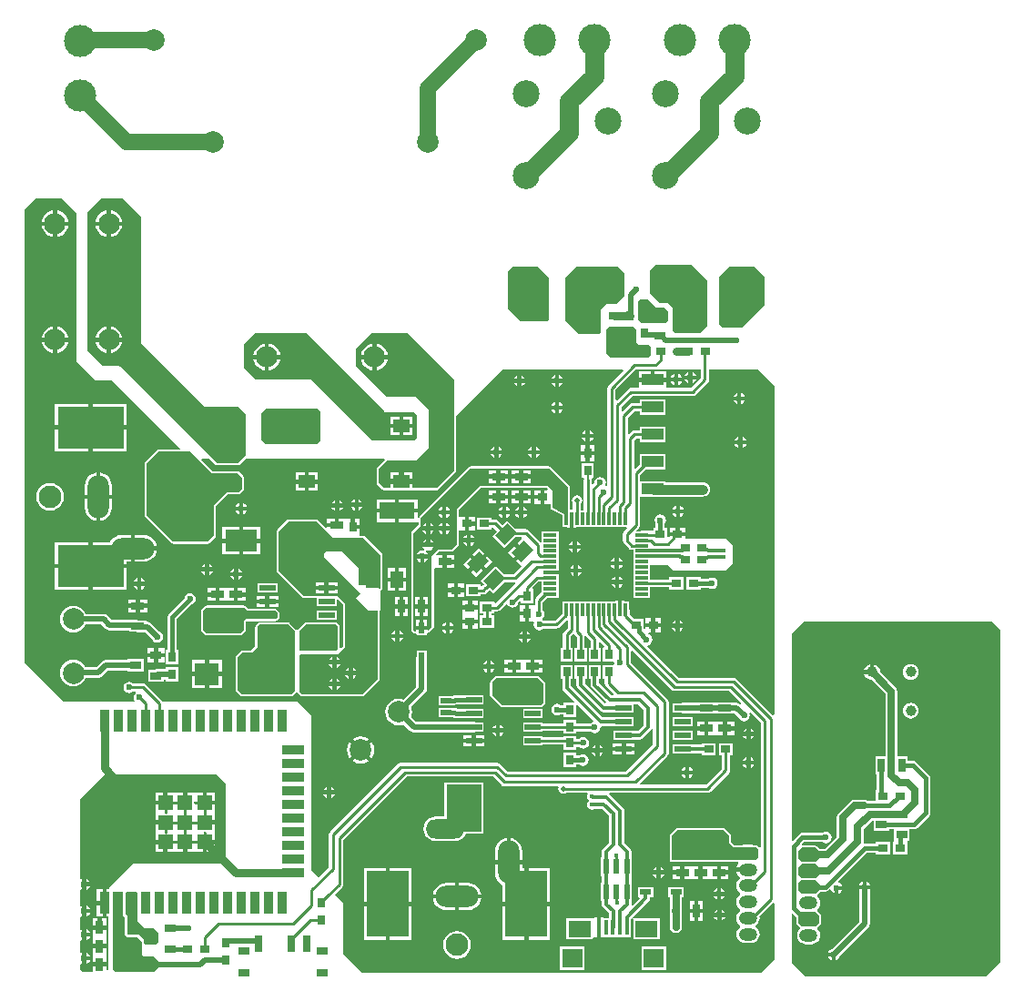
<source format=gtl>
G04*
G04 #@! TF.GenerationSoftware,Altium Limited,Altium Designer,22.2.1 (43)*
G04*
G04 Layer_Physical_Order=1*
G04 Layer_Color=255*
%FSLAX25Y25*%
%MOIN*%
G70*
G04*
G04 #@! TF.SameCoordinates,A0DC7013-DE40-4D07-A028-2F209A2C4820*
G04*
G04*
G04 #@! TF.FilePolarity,Positive*
G04*
G01*
G75*
%ADD12C,0.01000*%
%ADD54C,0.08268*%
%ADD67C,0.02362*%
%ADD68R,0.02756X0.05118*%
%ADD69R,0.03800X0.03100*%
%ADD70R,0.04331X0.03150*%
%ADD71R,0.03100X0.03800*%
%ADD72R,0.02756X0.05906*%
%ADD73R,0.03937X0.03150*%
%ADD74R,0.05236X0.05236*%
%ADD75R,0.03543X0.07874*%
%ADD76R,0.07874X0.03543*%
%ADD77R,0.17323X0.12992*%
%ADD78R,0.24410X0.15354*%
%ADD79R,0.05118X0.02756*%
%ADD80R,0.08858X0.08346*%
%ADD81R,0.05906X0.01968*%
%ADD82R,0.05118X0.13386*%
%ADD83R,0.12992X0.17323*%
%ADD84R,0.15354X0.24410*%
%ADD85R,0.07480X0.07087*%
%ADD86R,0.08268X0.06299*%
%ADD87R,0.01575X0.05315*%
%ADD88R,0.07874X0.04331*%
%ADD89R,0.04134X0.02165*%
%ADD90R,0.02165X0.04134*%
%ADD91R,0.06299X0.06299*%
%ADD92R,0.11811X0.07874*%
%ADD93R,0.04724X0.06299*%
%ADD94R,0.12992X0.06299*%
%ADD95R,0.02362X0.05354*%
G04:AMPARAMS|DCode=96|XSize=62.99mil|YSize=49.21mil|CornerRadius=0mil|HoleSize=0mil|Usage=FLASHONLY|Rotation=225.000|XOffset=0mil|YOffset=0mil|HoleType=Round|Shape=Rectangle|*
%AMROTATEDRECTD96*
4,1,4,0.00487,0.03967,0.03967,0.00487,-0.00487,-0.03967,-0.03967,-0.00487,0.00487,0.03967,0.0*
%
%ADD96ROTATEDRECTD96*%

%ADD97R,0.06102X0.04724*%
%ADD98R,0.01181X0.04724*%
%ADD99R,0.04724X0.01181*%
%ADD100R,0.03937X0.01968*%
%ADD101C,0.01500*%
%ADD102C,0.02500*%
%ADD103C,0.02000*%
%ADD104C,0.01100*%
%ADD105C,0.03000*%
%ADD106C,0.01200*%
%ADD107C,0.03500*%
%ADD108C,0.01473*%
%ADD109C,0.00800*%
%ADD110C,0.07000*%
%ADD111C,0.06000*%
%ADD112C,0.07874*%
%ADD113O,0.06693X0.04724*%
%ADD114C,0.03937*%
%ADD115C,0.01181*%
%ADD116O,0.07874X0.15748*%
%ADD117O,0.15748X0.07874*%
%ADD118O,0.07087X0.14173*%
%ADD119O,0.14173X0.07087*%
%ADD120C,0.09843*%
%ADD121C,0.11811*%
%ADD122C,0.01968*%
%ADD123C,0.01772*%
G36*
X195276Y257874D02*
X195276Y242323D01*
X194685Y241732D01*
X185039Y241732D01*
X180512Y246260D01*
Y260039D01*
X182480Y262008D01*
X191142D01*
X195276Y257874D01*
D02*
G37*
G36*
X231890Y249803D02*
X234842Y246850D01*
X237795D01*
X238976Y245669D01*
Y242126D01*
X237992Y241142D01*
X229331D01*
X228150Y242323D01*
Y249213D01*
X228740Y249803D01*
X231890Y249803D01*
D02*
G37*
G36*
X274410Y258071D02*
Y247638D01*
X266142Y239370D01*
X259055D01*
X257874Y240551D01*
X257874Y258071D01*
X261614Y261811D01*
X270669D01*
X274410Y258071D01*
D02*
G37*
G36*
X253346Y256890D02*
Y240158D01*
X250787Y237598D01*
X241732D01*
X240748Y238583D01*
Y246654D01*
X238976Y248425D01*
X236024D01*
X232480Y251969D01*
Y260433D01*
X234646Y262598D01*
X247638D01*
X253346Y256890D01*
D02*
G37*
G36*
X223031Y259646D02*
Y250984D01*
X220079Y248031D01*
X216339D01*
X214567Y246260D01*
Y237992D01*
X213779Y237205D01*
X206299D01*
X201575Y241929D01*
Y257677D01*
X205709Y261811D01*
X220866D01*
X223031Y259646D01*
D02*
G37*
G36*
X227559Y238779D02*
Y234055D01*
X228346Y233268D01*
X231890D01*
X232677Y232480D01*
Y229134D01*
X231890Y228346D01*
X218110D01*
X216535Y229921D01*
Y238779D01*
X217717Y239961D01*
X226378D01*
X227559Y238779D01*
D02*
G37*
G36*
X251081Y221085D02*
X247419Y217423D01*
X238402D01*
Y219644D01*
X233465D01*
X228528D01*
Y217423D01*
X225394D01*
X224828Y217311D01*
X224348Y216990D01*
X220247Y212889D01*
X219785Y213081D01*
Y216710D01*
X227288Y224213D01*
X251081D01*
Y221085D01*
D02*
G37*
G36*
X135433Y208661D02*
X146063Y208661D01*
X147244Y207480D01*
X147244Y199213D01*
X146063Y198031D01*
X130709D01*
X108268Y220472D01*
X88189Y220472D01*
X83858Y224803D01*
Y233465D01*
X87795Y237402D01*
X106693D01*
X135433Y208661D01*
D02*
G37*
G36*
X111811Y208661D02*
X111811Y198031D01*
X110630Y196850D01*
X91732Y196850D01*
X90158Y198425D01*
X90158Y208268D01*
X91732Y209842D01*
X110630D01*
X111811Y208661D01*
D02*
G37*
G36*
X160630Y220472D02*
Y187008D01*
X154331Y180709D01*
X145390D01*
Y182051D01*
X141339D01*
X137287D01*
Y180709D01*
X135039D01*
X133071Y182677D01*
Y187795D01*
X136221Y190945D01*
X146850Y190945D01*
X151575Y195669D01*
Y209449D01*
X146850Y214173D01*
X136221Y214173D01*
X124803Y225590D01*
Y231890D01*
X130315Y237402D01*
X143701D01*
X160630Y220472D01*
D02*
G37*
G36*
X46063Y280315D02*
X46063Y248819D01*
X46063Y233858D01*
X69291Y210630D01*
X81496D01*
X84252Y207874D01*
X84252Y192520D01*
X81496Y189764D01*
X74016D01*
X69291Y194488D01*
X38189Y225591D01*
X31890Y225590D01*
X26378Y231102D01*
Y281890D01*
X31496Y287008D01*
X39370D01*
X46063Y280315D01*
D02*
G37*
G36*
X202362Y181102D02*
Y167126D01*
X201181D01*
Y171260D01*
X196653Y173524D01*
Y179921D01*
X195079Y181496D01*
X170276D01*
X161811Y173031D01*
X161811Y160039D01*
X160039Y158268D01*
X154921D01*
X152559Y155905D01*
X152559Y129724D01*
X151364Y128529D01*
X150902Y128720D01*
Y128778D01*
X148819D01*
X146736D01*
Y128523D01*
X146274Y128332D01*
X145669Y128937D01*
X145669Y164173D01*
X148425Y166929D01*
Y169685D01*
X166732Y187992D01*
X195472D01*
X202362Y181102D01*
D02*
G37*
G36*
X72047Y186221D02*
X81496D01*
X83065Y184651D01*
Y180485D01*
X81713Y179134D01*
X77548D01*
X72835Y174421D01*
X72835Y163386D01*
X70472Y161024D01*
X57874D01*
X48031Y170866D01*
X48031Y189764D01*
X52362Y194095D01*
X64173D01*
X72047Y186221D01*
D02*
G37*
G36*
X240293Y106829D02*
X240773Y106508D01*
X241339Y106396D01*
X261396D01*
X265784Y102007D01*
X265465Y101618D01*
X264915Y101987D01*
X264173Y102134D01*
X263102D01*
Y102275D01*
X256583D01*
Y102275D01*
X256409D01*
Y102275D01*
X249891D01*
Y102095D01*
X244488D01*
X243747Y101947D01*
X243589Y101842D01*
X240835D01*
Y98473D01*
X243589D01*
X243747Y98368D01*
X244488Y98220D01*
X249891D01*
Y98119D01*
X256409D01*
Y98119D01*
X256583Y98119D01*
X256583Y98119D01*
X263102D01*
Y98119D01*
X263575Y98055D01*
X264961Y96670D01*
X264969Y96629D01*
X265429Y95941D01*
X266117Y95481D01*
X266929Y95319D01*
X267741Y95481D01*
X268429Y95941D01*
X268889Y96629D01*
X269051Y97441D01*
X268904Y98180D01*
X269072Y98348D01*
X269316Y98475D01*
X272931Y94860D01*
Y49232D01*
X272908Y49214D01*
X272431Y49051D01*
X271764Y49717D01*
X271533Y49872D01*
X271260Y49926D01*
X270390D01*
X270143Y50029D01*
X269291Y50141D01*
X267323D01*
X266471Y50029D01*
X266224Y49926D01*
X263288D01*
X262131Y51083D01*
Y53347D01*
X262077Y53620D01*
X261922Y53851D01*
X259757Y56016D01*
X259525Y56171D01*
X259252Y56226D01*
X242520Y56226D01*
X242247Y56171D01*
X242015Y56016D01*
X239850Y53851D01*
X239695Y53620D01*
X239641Y53347D01*
Y44488D01*
X239695Y44215D01*
X239850Y43984D01*
X240081Y43829D01*
X240354Y43775D01*
X264749D01*
X264872Y43275D01*
X264386Y42641D01*
X264047Y41823D01*
X264030Y41695D01*
X268307D01*
Y40195D01*
X264030D01*
X264047Y40067D01*
X264386Y39249D01*
X264925Y38547D01*
X265319Y38244D01*
Y37614D01*
X264996Y37366D01*
X264473Y36685D01*
X264145Y35891D01*
X264033Y35039D01*
X264145Y34188D01*
X264473Y33394D01*
X264996Y32713D01*
X265415Y32391D01*
Y31782D01*
X264996Y31460D01*
X264473Y30779D01*
X264145Y29985D01*
X264033Y29134D01*
X264145Y28282D01*
X264473Y27489D01*
X264996Y26807D01*
X265415Y26486D01*
Y25876D01*
X264996Y25555D01*
X264473Y24873D01*
X264145Y24080D01*
X264033Y23228D01*
X264145Y22377D01*
X264473Y21583D01*
X264996Y20902D01*
X265415Y20580D01*
Y19971D01*
X264996Y19649D01*
X264473Y18968D01*
X264145Y18174D01*
X264033Y17323D01*
X264145Y16471D01*
X264473Y15678D01*
X264996Y14996D01*
X265678Y14473D01*
X266471Y14145D01*
X267323Y14032D01*
X269291D01*
X270143Y14145D01*
X270936Y14473D01*
X271618Y14996D01*
X272141Y15678D01*
X272470Y16471D01*
X272582Y17323D01*
X272470Y18174D01*
X272141Y18968D01*
X271618Y19649D01*
X271199Y19971D01*
Y20580D01*
X271618Y20902D01*
X272141Y21583D01*
X272470Y22377D01*
X272582Y23228D01*
X272511Y23766D01*
X277453Y28708D01*
X277953Y28501D01*
Y7874D01*
X273228Y3150D01*
X126969D01*
X120079Y10039D01*
Y28937D01*
X117110Y31905D01*
X119746Y34541D01*
X120067Y35021D01*
X120179Y35587D01*
Y51947D01*
X143329Y75096D01*
X174978D01*
X178088Y71986D01*
X178568Y71666D01*
X179134Y71553D01*
X198556D01*
X198943Y71053D01*
X198866Y70669D01*
X199012Y69934D01*
X199429Y69311D01*
X200052Y68894D01*
X200787Y68748D01*
X201523Y68894D01*
X201966Y69191D01*
X209480D01*
X209747Y68691D01*
X209538Y68378D01*
X209400Y67681D01*
X209538Y66984D01*
X209933Y66394D01*
Y66000D01*
X209538Y65409D01*
X209400Y64713D01*
X209538Y64016D01*
X209933Y63425D01*
X210524Y63030D01*
X211221Y62892D01*
X211917Y63030D01*
X212097Y63151D01*
X212202Y63171D01*
X212383Y63292D01*
X214663D01*
X217272Y60683D01*
Y50734D01*
X215257Y48719D01*
X214896Y48178D01*
X214769Y47539D01*
Y45405D01*
X214556D01*
Y38650D01*
X214769D01*
Y36153D01*
X214556D01*
Y29398D01*
X214769D01*
Y28334D01*
X214896Y27696D01*
X215257Y27154D01*
X217272Y25139D01*
Y23043D01*
X215567D01*
Y23343D01*
X214529D01*
Y19685D01*
Y16028D01*
X215567D01*
Y16328D01*
X225503D01*
Y19474D01*
X225545Y19685D01*
Y22973D01*
X225871Y23253D01*
X226269Y22962D01*
X226269Y22572D01*
Y15353D01*
X235936D01*
Y23052D01*
X226766D01*
X226316Y23052D01*
X225996Y23439D01*
X231987Y29430D01*
X232318Y29926D01*
X232435Y30512D01*
Y30895D01*
X233672D01*
Y34460D01*
X228139D01*
Y30895D01*
X228472D01*
X228663Y30433D01*
X225979Y27748D01*
X225518Y27994D01*
X225586Y28334D01*
Y29398D01*
X225798D01*
Y36153D01*
X225586D01*
Y38650D01*
X225798D01*
Y45405D01*
X225586D01*
Y47539D01*
X225459Y48178D01*
X225097Y48719D01*
X223082Y50734D01*
Y62398D01*
X222955Y63037D01*
X222593Y63578D01*
X217558Y68613D01*
X217442Y68691D01*
X217594Y69191D01*
X253543D01*
X254109Y69303D01*
X254589Y69624D01*
X261282Y76317D01*
X261602Y76797D01*
X261715Y77363D01*
Y82789D01*
X262837D01*
Y87289D01*
X257637D01*
Y82789D01*
X258758D01*
Y77975D01*
X252931Y72148D01*
X229026D01*
X228834Y72610D01*
X238841Y82616D01*
X239161Y83096D01*
X239274Y83661D01*
Y102362D01*
X239161Y102928D01*
X238841Y103408D01*
X225494Y116754D01*
Y120974D01*
X225956Y121166D01*
X240293Y106829D01*
D02*
G37*
G36*
X22441Y281496D02*
Y227165D01*
X29331Y220276D01*
X35433D01*
X60439Y195270D01*
X60247Y194808D01*
X52362D01*
X52089Y194754D01*
X51858Y194599D01*
X47527Y190268D01*
X47372Y190037D01*
X47318Y189764D01*
X47318Y170866D01*
X47372Y170593D01*
X47527Y170361D01*
X57369Y160519D01*
X57601Y160364D01*
X57874Y160310D01*
X70472D01*
X70746Y160364D01*
X70977Y160519D01*
X73339Y162881D01*
X73494Y163113D01*
X73548Y163386D01*
X73548Y174125D01*
X77843Y178420D01*
X81713D01*
X81987Y178474D01*
X82218Y178629D01*
X83570Y179981D01*
X83724Y180212D01*
X83779Y180485D01*
Y184651D01*
X83724Y184925D01*
X83570Y185156D01*
X82001Y186725D01*
X81769Y186880D01*
X81496Y186934D01*
X72343D01*
X68204Y191074D01*
X68395Y191535D01*
X71235D01*
X73511Y189259D01*
X73743Y189104D01*
X74016Y189050D01*
X81496D01*
X81769Y189104D01*
X82001Y189259D01*
X84277Y191535D01*
X135095D01*
X135302Y191035D01*
X132566Y188300D01*
X132412Y188068D01*
X132357Y187795D01*
Y182677D01*
X132412Y182404D01*
X132566Y182173D01*
X134535Y180204D01*
X134766Y180049D01*
X135039Y179995D01*
X137090D01*
X137587Y179989D01*
X137587Y179989D01*
X137587Y179989D01*
X145090D01*
X145090Y179989D01*
Y179989D01*
X145587Y179995D01*
X154331D01*
X154604Y180049D01*
X154835Y180204D01*
X161135Y186503D01*
X161289Y186735D01*
X161344Y187008D01*
Y207210D01*
X178347Y224213D01*
X222453D01*
X222644Y223751D01*
X217262Y218368D01*
X216941Y217889D01*
X216829Y217323D01*
Y181947D01*
X216393Y181628D01*
X216134Y181865D01*
X216295Y182677D01*
X216134Y183489D01*
X215674Y184178D01*
X214985Y184637D01*
X214173Y184799D01*
X213361Y184637D01*
X212673Y184178D01*
X212213Y183489D01*
X212051Y182677D01*
X212056Y182651D01*
X211535Y182130D01*
X211073Y182321D01*
Y183805D01*
X211013Y184105D01*
X211335Y184605D01*
X211896D01*
Y189805D01*
X207396D01*
Y184605D01*
X207957D01*
X208278Y184105D01*
X208218Y183805D01*
Y172550D01*
X207187D01*
Y175002D01*
X207484Y175446D01*
X207630Y176181D01*
X207484Y176916D01*
X207067Y177540D01*
X206444Y177956D01*
X205709Y178102D01*
X204974Y177956D01*
X204350Y177540D01*
X203934Y176916D01*
X203787Y176181D01*
X203934Y175446D01*
X204230Y175002D01*
Y172850D01*
X203076D01*
Y181102D01*
X203022Y181376D01*
X202867Y181607D01*
X195977Y188497D01*
X195746Y188652D01*
X195472Y188706D01*
X166732D01*
X166459Y188652D01*
X166228Y188497D01*
X147921Y170190D01*
X147766Y169958D01*
X147760Y169928D01*
X147260Y169977D01*
Y171691D01*
X140514D01*
Y168291D01*
X147212D01*
X147260Y168291D01*
X147712Y168175D01*
Y167225D01*
X145165Y164678D01*
X145010Y164446D01*
X144956Y164173D01*
X144956Y128937D01*
X145010Y128664D01*
X145165Y128432D01*
X145770Y127827D01*
X146001Y127673D01*
X146274Y127618D01*
X146536Y127670D01*
X146548Y127673D01*
X147036Y127334D01*
Y126761D01*
X150602D01*
Y127531D01*
X151090Y127869D01*
X151102Y127867D01*
X151364Y127815D01*
X151637Y127869D01*
X151868Y128024D01*
X153064Y129220D01*
X153218Y129451D01*
X153273Y129724D01*
X153273Y151245D01*
X153724Y151362D01*
Y151362D01*
X156534D01*
Y153740D01*
Y156118D01*
X154434D01*
X154243Y156580D01*
X155217Y157554D01*
X160039D01*
X160312Y157608D01*
X160544Y157763D01*
X162316Y159535D01*
X162470Y159766D01*
X162525Y160039D01*
X162525Y165166D01*
X164603D01*
Y167717D01*
Y170266D01*
X162525D01*
Y172736D01*
X170571Y180782D01*
X194757D01*
X195021Y180459D01*
X194826Y180007D01*
X193880D01*
Y177457D01*
Y174907D01*
X195940D01*
Y173524D01*
X195962Y173411D01*
X195976Y173298D01*
X195989Y173276D01*
X195994Y173250D01*
X196058Y173155D01*
X196114Y173056D01*
X196135Y173040D01*
X196149Y173019D01*
X196244Y172955D01*
X196334Y172885D01*
X200467Y170819D01*
Y167126D01*
X200481Y167057D01*
Y166426D01*
X201112D01*
X201181Y166412D01*
X202150D01*
Y166126D01*
X202990D01*
Y166426D01*
X203062D01*
Y167057D01*
X203076Y167126D01*
Y169488D01*
X204230D01*
X204343Y168922D01*
X204418Y168810D01*
Y166426D01*
X204490D01*
Y166126D01*
X205331D01*
Y166426D01*
X223721D01*
X223913Y165964D01*
X222970Y165022D01*
X222650Y164542D01*
X222537Y163976D01*
Y161417D01*
X222650Y160852D01*
X222970Y160372D01*
X224742Y158600D01*
X225222Y158280D01*
X225787Y158167D01*
X226269D01*
Y156387D01*
Y152450D01*
Y148513D01*
Y144576D01*
Y140639D01*
X232393D01*
Y144439D01*
X239526D01*
Y143616D01*
X244726D01*
Y148116D01*
X239526D01*
Y147294D01*
X232393D01*
Y152362D01*
X239173D01*
X241142Y150394D01*
X260236D01*
X262598Y152756D01*
Y159843D01*
X260236Y162205D01*
X245420D01*
Y163030D01*
X242520D01*
X239620D01*
Y163024D01*
X239261Y162734D01*
X238820Y162924D01*
Y166030D01*
X237902D01*
Y167670D01*
X238180Y168086D01*
X238342Y168898D01*
X238180Y169710D01*
X237720Y170398D01*
X237032Y170858D01*
X236220Y171019D01*
X235408Y170858D01*
X234720Y170398D01*
X234260Y169710D01*
X234098Y168898D01*
X234260Y168086D01*
X234538Y167670D01*
Y166030D01*
X233620D01*
Y165061D01*
X229331D01*
X228765Y164948D01*
X228652Y164873D01*
X227657D01*
X227465Y165335D01*
X228408Y166277D01*
X228728Y166757D01*
X228841Y167323D01*
Y177528D01*
X233434D01*
X233691Y177495D01*
X233948Y177528D01*
X238102D01*
Y177642D01*
X251772D01*
X252463Y177733D01*
X253108Y178000D01*
X253662Y178425D01*
X254086Y178979D01*
X254353Y179623D01*
X254445Y180315D01*
X254353Y181007D01*
X254086Y181651D01*
X253662Y182205D01*
X253108Y182630D01*
X252463Y182897D01*
X251772Y182988D01*
X238102D01*
Y183259D01*
X228841D01*
Y185451D01*
X230918Y187528D01*
X238102D01*
Y193259D01*
X228828D01*
Y189619D01*
X227137Y187929D01*
X226675Y188120D01*
Y198206D01*
X227384Y198915D01*
X228828D01*
Y197528D01*
X238102D01*
Y203259D01*
X228828D01*
Y201872D01*
X226772D01*
X226206Y201760D01*
X225726Y201439D01*
X224775Y200488D01*
X224313Y200679D01*
Y206474D01*
X226754Y208915D01*
X228828D01*
Y207528D01*
X238102D01*
Y213259D01*
X228828D01*
Y211872D01*
X226142D01*
X225576Y211760D01*
X225096Y211439D01*
X222413Y208755D01*
X221951Y208947D01*
Y210411D01*
X226006Y214467D01*
X248031D01*
X248597Y214579D01*
X249077Y214899D01*
X253605Y219427D01*
X253925Y219907D01*
X254037Y220472D01*
Y224213D01*
X271850D01*
X277953Y218110D01*
Y97877D01*
X277453Y97670D01*
X264234Y110888D01*
X263755Y111208D01*
X263189Y111321D01*
X242922D01*
X231531Y122711D01*
X231696Y123254D01*
X232023Y123319D01*
X232712Y123779D01*
X233172Y124467D01*
X233333Y125279D01*
X233172Y126091D01*
X232712Y126780D01*
X232023Y127240D01*
X231800Y127284D01*
X231690Y127466D01*
X231973Y127966D01*
X232865D01*
Y129766D01*
X230715D01*
Y129336D01*
X230215Y129069D01*
X230147Y129114D01*
Y129716D01*
X230019Y130359D01*
X229915Y130515D01*
Y132766D01*
X226781D01*
X224944Y134602D01*
Y135983D01*
X224832Y136549D01*
X224716Y136722D01*
Y139086D01*
X223047D01*
Y139386D01*
X222207D01*
Y139086D01*
X222134D01*
Y136702D01*
X222059Y136590D01*
X221947Y136024D01*
X220967D01*
X220854Y136590D01*
X220779Y136702D01*
Y139086D01*
X220707D01*
Y139386D01*
X219866D01*
Y139086D01*
X200481D01*
Y136702D01*
X200406Y136589D01*
X200293Y136024D01*
Y134864D01*
X197616Y132187D01*
X193444D01*
X193430Y132209D01*
X193080Y132442D01*
Y133044D01*
X193233Y133145D01*
X193693Y133834D01*
X193854Y134646D01*
X193693Y135458D01*
X193233Y136146D01*
X193211Y136161D01*
Y138954D01*
X194707Y140451D01*
X195866D01*
X196432Y140563D01*
X196545Y140639D01*
X198928D01*
Y144576D01*
Y148213D01*
X199228D01*
Y149053D01*
X198928D01*
Y149125D01*
X196545D01*
X196432Y149201D01*
X195866Y149313D01*
Y150344D01*
X196413Y150453D01*
X196455Y150481D01*
X198928D01*
Y150553D01*
X199228D01*
Y151394D01*
X198928D01*
Y156387D01*
Y160324D01*
Y164873D01*
X192804D01*
Y161159D01*
X192618Y161039D01*
X192304Y160968D01*
X188015Y165257D01*
X187535Y165577D01*
X186970Y165690D01*
X183125D01*
X180134Y168681D01*
X178425Y166972D01*
X176636Y168762D01*
X176156Y169082D01*
X175591Y169195D01*
X174253D01*
Y169966D01*
X169053D01*
Y165466D01*
X174253D01*
Y166238D01*
X174978D01*
X176335Y164882D01*
X174690Y163237D01*
X179160Y158767D01*
X183125Y162733D01*
X185357D01*
X185549Y162271D01*
X183855Y160577D01*
X186302Y158130D01*
X185772Y157600D01*
X186302Y157069D01*
X183368Y154135D01*
X185284Y152218D01*
X184987Y151842D01*
X182410Y149265D01*
X178950D01*
X175958Y152256D01*
X170514Y146812D01*
X171704Y145623D01*
X171266Y145185D01*
X171199Y145140D01*
X170844Y144785D01*
X170317D01*
Y145557D01*
X165117D01*
Y141057D01*
X170317D01*
Y141829D01*
X171457D01*
X172022Y141941D01*
X172502Y142262D01*
X173245Y143005D01*
X173312Y143049D01*
X173794Y143532D01*
X174984Y142342D01*
X178950Y146308D01*
X182952D01*
X183078Y146141D01*
X183181Y145830D01*
X175934Y138583D01*
X175434Y138790D01*
Y139258D01*
X170234D01*
Y134758D01*
X171269D01*
X171407Y134315D01*
X171051Y134014D01*
X170235D01*
Y129514D01*
X175435D01*
Y134014D01*
X174617D01*
X174262Y134314D01*
X174407Y134758D01*
X175434D01*
Y135581D01*
X176378D01*
X176378Y135581D01*
X176925Y135689D01*
X177388Y135999D01*
X179638Y138250D01*
X180180Y138084D01*
X180586Y137476D01*
X181275Y137016D01*
X182087Y136855D01*
X182899Y137016D01*
X183587Y137476D01*
X184047Y138164D01*
X184209Y138976D01*
X184203Y139002D01*
X184652Y139451D01*
X185152Y139243D01*
Y138542D01*
X189652D01*
Y143742D01*
X189596D01*
X189405Y144204D01*
X191557Y146356D01*
X192804D01*
Y142729D01*
X190687Y140612D01*
X190366Y140133D01*
X190254Y139567D01*
Y138117D01*
X189952Y137742D01*
X188152D01*
Y134842D01*
Y131942D01*
X189649D01*
X189834Y131699D01*
X189953Y131443D01*
X189807Y130709D01*
X189969Y129897D01*
X190429Y129208D01*
X191117Y128748D01*
X191929Y128587D01*
X192741Y128748D01*
X193430Y129208D01*
X193444Y129230D01*
X198228D01*
X198794Y129343D01*
X199274Y129663D01*
X201851Y132240D01*
X202313Y132049D01*
Y129528D01*
X200959Y128175D01*
X200650Y127712D01*
X200541Y127165D01*
X200541Y127165D01*
Y122285D01*
X199718D01*
Y117085D01*
X204219D01*
Y122285D01*
X203396D01*
Y126574D01*
X204125Y127304D01*
X204623Y127254D01*
X204699Y127140D01*
X205659Y126180D01*
Y122285D01*
X204837D01*
Y117085D01*
X209337D01*
Y122285D01*
X208514D01*
Y126359D01*
X209014Y126566D01*
X210777Y124802D01*
Y122285D01*
X209955D01*
Y117085D01*
X214455D01*
Y122285D01*
X213632D01*
Y124104D01*
X214094Y124295D01*
X215604Y122785D01*
X215397Y122285D01*
X215073D01*
Y117085D01*
X219045D01*
X219335Y116732D01*
X219407Y116372D01*
X219089Y115985D01*
X215073D01*
Y110785D01*
X215844D01*
Y109055D01*
X215957Y108489D01*
X216277Y108010D01*
X219146Y105141D01*
X218955Y104679D01*
X218350D01*
X213734Y109295D01*
Y110785D01*
X214455D01*
Y115985D01*
X209955D01*
Y110785D01*
X210675D01*
Y108661D01*
X210792Y108076D01*
X211123Y107580D01*
X216295Y102409D01*
X216127Y101869D01*
X215889Y101825D01*
X208616Y109098D01*
Y110785D01*
X209337D01*
Y115985D01*
X204837D01*
Y110785D01*
X205557D01*
Y108465D01*
X205674Y107879D01*
X206005Y107383D01*
X214312Y99076D01*
X214808Y98744D01*
X215394Y98628D01*
X219182D01*
Y98473D01*
X226487D01*
Y101620D01*
X228107D01*
X230164Y99563D01*
Y93744D01*
X228107Y91687D01*
X226487D01*
Y91842D01*
X219182D01*
Y88473D01*
X226487D01*
Y88628D01*
X228740D01*
X229325Y88744D01*
X229822Y89076D01*
X232774Y92029D01*
X233061Y92458D01*
X233330Y92451D01*
X233561Y92375D01*
Y86833D01*
X223600Y76872D01*
X180337D01*
X177620Y79589D01*
X177141Y79909D01*
X176575Y80022D01*
X140945D01*
X140379Y79909D01*
X139900Y79589D01*
X115293Y54982D01*
X114973Y54503D01*
X114860Y53937D01*
Y41951D01*
X110962Y38053D01*
X108268Y40748D01*
Y97638D01*
X103543Y102362D01*
X54054D01*
X54043Y102416D01*
X53723Y102896D01*
X47896Y108723D01*
X47416Y109043D01*
X46850Y109156D01*
X43247D01*
X43233Y109178D01*
X42544Y109637D01*
X41732Y109799D01*
X40920Y109637D01*
X40232Y109178D01*
X39772Y108489D01*
X39610Y107677D01*
X39772Y106865D01*
X40232Y106177D01*
X40920Y105717D01*
X41732Y105555D01*
X42544Y105717D01*
X43233Y106177D01*
X43247Y106199D01*
X43917D01*
X44069Y105699D01*
X43972Y105634D01*
X43512Y104946D01*
X43351Y104134D01*
X43512Y103322D01*
X43819Y102862D01*
X43552Y102362D01*
X17717D01*
X3347Y116732D01*
Y282677D01*
X7677Y287008D01*
X16929D01*
X22441Y281496D01*
D02*
G37*
G36*
X360630Y128937D02*
X360630Y37402D01*
Y7087D01*
X355512Y1969D01*
X289173D01*
X284252Y6890D01*
Y24723D01*
X284714Y24915D01*
X286097Y23531D01*
X286097Y21457D01*
X286152Y21183D01*
X286306Y20952D01*
X287315Y19943D01*
X287340Y19332D01*
X287240Y19256D01*
X286717Y18574D01*
X286389Y17781D01*
X286277Y16929D01*
X286389Y16078D01*
X286717Y15284D01*
X287240Y14603D01*
X287922Y14080D01*
X288715Y13751D01*
X289567Y13639D01*
X291535D01*
X292387Y13751D01*
X293181Y14080D01*
X293862Y14603D01*
X294385Y15284D01*
X294714Y16078D01*
X294826Y16929D01*
X294714Y17781D01*
X294385Y18574D01*
X293862Y19256D01*
X293763Y19332D01*
X293787Y19943D01*
X294796Y20952D01*
X294951Y21184D01*
X295005Y21457D01*
Y24213D01*
X294951Y24486D01*
X294796Y24717D01*
X293787Y25726D01*
X293763Y26337D01*
X293862Y26414D01*
X294385Y27095D01*
X294714Y27889D01*
X294826Y28740D01*
X294714Y29592D01*
X294385Y30385D01*
X293862Y31067D01*
X293763Y31143D01*
X293787Y31754D01*
X294996Y32963D01*
X296784D01*
X297428Y33091D01*
X297974Y33456D01*
X298223Y33705D01*
X298701Y33560D01*
X298733Y33401D01*
X299215Y32680D01*
X299936Y32197D01*
X300037Y32177D01*
Y34252D01*
X300787D01*
Y35002D01*
X302862D01*
X302842Y35103D01*
X302360Y35824D01*
X301638Y36307D01*
X301479Y36338D01*
X301334Y36817D01*
X311654Y47137D01*
X315116D01*
Y46569D01*
X320316D01*
Y51069D01*
X315116D01*
Y50501D01*
X311039D01*
X310693Y50760D01*
X310599Y50854D01*
X310657Y51144D01*
Y55785D01*
X313780Y58908D01*
X314280Y58701D01*
Y55206D01*
X320011D01*
Y55798D01*
X321721D01*
Y51465D01*
X321471Y51069D01*
X321416D01*
Y46569D01*
X326616D01*
Y51069D01*
X326866Y51465D01*
X327452D01*
Y55798D01*
X329134D01*
X329778Y55926D01*
X330324Y56291D01*
X334654Y60621D01*
X335019Y61167D01*
X335147Y61811D01*
X335147Y61811D01*
Y74410D01*
X335019Y75053D01*
X334654Y75599D01*
X329930Y80323D01*
X329384Y80688D01*
X328740Y80816D01*
X326684D01*
Y82393D01*
X323058D01*
Y106299D01*
X322891Y107138D01*
X322416Y107849D01*
X316758Y113508D01*
X316672Y114161D01*
X316372Y114883D01*
X315897Y115503D01*
X315277Y115979D01*
X314555Y116278D01*
X314529Y116281D01*
Y113386D01*
X313779D01*
Y112636D01*
X310884D01*
X310887Y112611D01*
X311187Y111889D01*
X311662Y111269D01*
X312282Y110793D01*
X313005Y110494D01*
X313657Y110408D01*
X318674Y105391D01*
Y82393D01*
X315048D01*
Y75875D01*
X315444D01*
Y70163D01*
X315116D01*
Y66052D01*
X312179D01*
X311666Y66395D01*
X310827Y66562D01*
X307283D01*
X306445Y66395D01*
X305733Y65920D01*
X301403Y61589D01*
X300927Y60878D01*
X300761Y60039D01*
Y52930D01*
X296480Y48649D01*
X294486D01*
X293615Y49520D01*
X293383Y49675D01*
X293110Y49729D01*
X291669D01*
X291535Y49747D01*
X289567D01*
X289433Y49729D01*
X288249D01*
X288042Y50230D01*
X288886Y51074D01*
X295622D01*
X296038Y50796D01*
X296850Y50634D01*
X297662Y50796D01*
X298351Y51256D01*
X298811Y51944D01*
X298972Y52756D01*
X298811Y53568D01*
X298351Y54256D01*
X297662Y54716D01*
X296850Y54878D01*
X296038Y54716D01*
X295622Y54438D01*
X288189D01*
X287545Y54310D01*
X286999Y53945D01*
X284714Y51660D01*
X284252Y51851D01*
Y127165D01*
X288779Y131693D01*
X357874D01*
X360630Y128937D01*
D02*
G37*
G36*
X259252Y55512D02*
X261417Y53347D01*
Y50787D01*
X262992Y49213D01*
X271260Y49213D01*
X272047Y48425D01*
Y45472D01*
X271063Y44488D01*
X240354D01*
Y53347D01*
X242520Y55512D01*
X259252Y55512D01*
D02*
G37*
G36*
X295669Y46457D02*
X293110Y43898D01*
X287992D01*
X286811Y45079D01*
Y47835D01*
X287992Y49016D01*
X293110D01*
X295669Y46457D01*
D02*
G37*
G36*
X76968Y72441D02*
X76968Y44291D01*
X75984Y43307D01*
X43307Y43307D01*
X34449Y34449D01*
Y33677D01*
X33427D01*
Y28740D01*
Y23803D01*
X34055D01*
X34055Y4561D01*
X33741Y4306D01*
X33283Y4504D01*
Y5549D01*
X30906D01*
X28528D01*
Y3543D01*
X24606D01*
X23622Y4528D01*
Y6317D01*
X24122Y6584D01*
X24383Y6410D01*
X24484Y6390D01*
Y8465D01*
Y10539D01*
X24383Y10519D01*
X24122Y10345D01*
X23622Y10612D01*
Y14979D01*
X24122Y15246D01*
X24383Y15071D01*
X24484Y15051D01*
Y17126D01*
Y19201D01*
X24383Y19181D01*
X24122Y19006D01*
X23622Y19273D01*
Y23640D01*
X24122Y23907D01*
X24383Y23733D01*
X24484Y23713D01*
Y25787D01*
Y27862D01*
X24383Y27842D01*
X24122Y27667D01*
X23622Y27935D01*
Y33483D01*
X24122Y33750D01*
X24383Y33575D01*
X24484Y33555D01*
Y35630D01*
Y37705D01*
X24383Y37685D01*
X24122Y37510D01*
X23622Y37777D01*
Y66535D01*
X32874Y75787D01*
X73622D01*
X76968Y72441D01*
D02*
G37*
G36*
X295669Y40551D02*
X293110Y37992D01*
X287992D01*
X286811Y39173D01*
Y41929D01*
X287992Y43110D01*
X293110D01*
X295669Y40551D01*
D02*
G37*
G36*
Y34646D02*
X293110Y32087D01*
X287992D01*
X286811Y33268D01*
Y36024D01*
X287992Y37205D01*
X293110D01*
X295669Y34646D01*
D02*
G37*
G36*
X294291Y24213D02*
Y21457D01*
X293110Y20276D01*
X287992D01*
X286811Y21457D01*
X286811Y24606D01*
X287598Y25394D01*
X293110Y25394D01*
X294291Y24213D01*
D02*
G37*
G36*
X44291Y32874D02*
X44685Y32480D01*
X44685Y22244D01*
X47441Y19488D01*
X50591D01*
X52362Y17717D01*
Y14173D01*
X51575Y13386D01*
X47638D01*
X47047Y13976D01*
Y15354D01*
X45276Y17126D01*
X41535D01*
X41142Y17520D01*
Y24016D01*
X40551Y24606D01*
Y32480D01*
X40945Y32874D01*
X44291Y32874D01*
D02*
G37*
G36*
X39567Y32677D02*
Y24016D01*
X39961Y23622D01*
Y17323D01*
X40945Y16339D01*
X44488D01*
X46260Y14567D01*
Y9941D01*
X47146Y9055D01*
X50787D01*
X52756Y7087D01*
Y5512D01*
X50591Y3347D01*
X36811D01*
X35630Y4528D01*
Y32677D01*
X35827Y32874D01*
X39370D01*
X39567Y32677D01*
D02*
G37*
%LPC*%
G36*
X247957Y223297D02*
Y221972D01*
X249281D01*
X249261Y222074D01*
X248779Y222795D01*
X248058Y223277D01*
X247957Y223297D01*
D02*
G37*
G36*
X246457D02*
X246356Y223277D01*
X245634Y222795D01*
X245152Y222074D01*
X245132Y221972D01*
X246457D01*
Y223297D01*
D02*
G37*
G36*
X242876Y222547D02*
Y221222D01*
X244201D01*
X244180Y221323D01*
X243699Y222045D01*
X242977Y222527D01*
X242876Y222547D01*
D02*
G37*
G36*
X241376D02*
X241275Y222527D01*
X240553Y222045D01*
X240071Y221323D01*
X240051Y221222D01*
X241376D01*
Y222547D01*
D02*
G37*
G36*
X238402Y223559D02*
X234215D01*
Y221144D01*
X238402D01*
Y223559D01*
D02*
G37*
G36*
X232715D02*
X228528D01*
Y221144D01*
X232715D01*
Y223559D01*
D02*
G37*
G36*
X249281Y220472D02*
X247957D01*
Y219148D01*
X248058Y219168D01*
X248779Y219650D01*
X249261Y220371D01*
X249281Y220472D01*
D02*
G37*
G36*
X246457D02*
X245132D01*
X245152Y220371D01*
X245634Y219650D01*
X246356Y219168D01*
X246457Y219148D01*
Y220472D01*
D02*
G37*
G36*
X244201Y219722D02*
X242876D01*
Y218398D01*
X242977Y218418D01*
X243699Y218900D01*
X244180Y219621D01*
X244201Y219722D01*
D02*
G37*
G36*
X241376D02*
X240051D01*
X240071Y219621D01*
X240553Y218900D01*
X241275Y218418D01*
X241376Y218398D01*
Y219722D01*
D02*
G37*
G36*
X92876Y233621D02*
Y229490D01*
X97007D01*
X96936Y230029D01*
X96438Y231230D01*
X95647Y232261D01*
X94616Y233053D01*
X93415Y233550D01*
X92876Y233621D01*
D02*
G37*
G36*
X91376D02*
X90837Y233550D01*
X89636Y233053D01*
X88605Y232261D01*
X87814Y231230D01*
X87316Y230029D01*
X87245Y229490D01*
X91376D01*
Y233621D01*
D02*
G37*
G36*
X97007Y227990D02*
X92876D01*
Y223859D01*
X93415Y223930D01*
X94616Y224428D01*
X95647Y225219D01*
X96438Y226250D01*
X96936Y227451D01*
X97007Y227990D01*
D02*
G37*
G36*
X91376D02*
X87245D01*
X87316Y227451D01*
X87814Y226250D01*
X88605Y225219D01*
X89636Y224428D01*
X90837Y223930D01*
X91376Y223859D01*
Y227990D01*
D02*
G37*
G36*
X145390Y206925D02*
X142089D01*
Y204313D01*
X145390D01*
Y206925D01*
D02*
G37*
G36*
X140589D02*
X137287D01*
Y204313D01*
X140589D01*
Y206925D01*
D02*
G37*
G36*
X145390Y202813D02*
X142089D01*
Y200201D01*
X145390D01*
Y202813D01*
D02*
G37*
G36*
X140589D02*
X137287D01*
Y200201D01*
X140589D01*
Y202813D01*
D02*
G37*
G36*
X132246Y233621D02*
Y229490D01*
X136377D01*
X136306Y230029D01*
X135809Y231230D01*
X135017Y232261D01*
X133986Y233053D01*
X132785Y233550D01*
X132246Y233621D01*
D02*
G37*
G36*
X130746D02*
X130207Y233550D01*
X129006Y233053D01*
X127975Y232261D01*
X127184Y231230D01*
X126686Y230029D01*
X126615Y229490D01*
X130746D01*
Y233621D01*
D02*
G37*
G36*
X136377Y227990D02*
X132246D01*
Y223859D01*
X132785Y223930D01*
X133986Y224428D01*
X135017Y225219D01*
X135809Y226250D01*
X136306Y227451D01*
X136377Y227990D01*
D02*
G37*
G36*
X130746D02*
X126615D01*
X126686Y227451D01*
X127184Y226250D01*
X127975Y225219D01*
X129006Y224428D01*
X130207Y223930D01*
X130746Y223859D01*
Y227990D01*
D02*
G37*
G36*
X145390Y186413D02*
X142339D01*
Y184051D01*
X145390D01*
Y186413D01*
D02*
G37*
G36*
X140339D02*
X137287D01*
Y184051D01*
X140339D01*
Y186413D01*
D02*
G37*
G36*
X35002Y282440D02*
Y278309D01*
X39133D01*
X39062Y278848D01*
X38564Y280049D01*
X37773Y281080D01*
X36742Y281872D01*
X35541Y282369D01*
X35002Y282440D01*
D02*
G37*
G36*
X33502D02*
X32963Y282369D01*
X31762Y281872D01*
X30731Y281080D01*
X29939Y280049D01*
X29442Y278848D01*
X29371Y278309D01*
X33502D01*
Y282440D01*
D02*
G37*
G36*
Y276809D02*
X29371D01*
X29442Y276270D01*
X29939Y275069D01*
X30731Y274038D01*
X31762Y273247D01*
X32963Y272749D01*
X33502Y272678D01*
Y276809D01*
D02*
G37*
G36*
X39133D02*
X35002D01*
Y272678D01*
X35541Y272749D01*
X36742Y273247D01*
X37773Y274038D01*
X38564Y275069D01*
X39062Y276270D01*
X39133Y276809D01*
D02*
G37*
G36*
X35002Y239920D02*
Y235789D01*
X39133D01*
X39062Y236328D01*
X38564Y237529D01*
X37773Y238561D01*
X36742Y239352D01*
X35541Y239849D01*
X35002Y239920D01*
D02*
G37*
G36*
X33502D02*
X32963Y239849D01*
X31762Y239352D01*
X30731Y238561D01*
X29939Y237529D01*
X29442Y236328D01*
X29371Y235789D01*
X33502D01*
Y239920D01*
D02*
G37*
G36*
Y234289D02*
X29371D01*
X29442Y233751D01*
X29939Y232550D01*
X30731Y231518D01*
X31762Y230727D01*
X32963Y230229D01*
X33502Y230158D01*
Y234289D01*
D02*
G37*
G36*
X39133D02*
X35002D01*
Y230158D01*
X35541Y230229D01*
X36742Y230727D01*
X37773Y231518D01*
X38564Y232550D01*
X39062Y233751D01*
X39133Y234289D01*
D02*
G37*
G36*
X180527Y187315D02*
X177718D01*
Y185687D01*
X180527D01*
Y187315D01*
D02*
G37*
G36*
X188831D02*
X186022D01*
Y185687D01*
X188831D01*
Y187315D01*
D02*
G37*
G36*
X184522D02*
X181713D01*
Y185687D01*
X184522D01*
Y187315D01*
D02*
G37*
G36*
X176218D02*
X173409D01*
Y185687D01*
X176218D01*
Y187315D01*
D02*
G37*
G36*
X188831Y184187D02*
X186022D01*
Y182559D01*
X188831D01*
Y184187D01*
D02*
G37*
G36*
X184522D02*
X181713D01*
Y182559D01*
X184522D01*
Y184187D01*
D02*
G37*
G36*
X180527D02*
X177718D01*
Y182559D01*
X180527D01*
Y184187D01*
D02*
G37*
G36*
X176218D02*
X173409D01*
Y182559D01*
X176218D01*
Y184187D01*
D02*
G37*
G36*
X157837Y173925D02*
Y172600D01*
X159161D01*
X159141Y172701D01*
X158659Y173423D01*
X157938Y173905D01*
X157837Y173925D01*
D02*
G37*
G36*
X156337D02*
X156236Y173905D01*
X155514Y173423D01*
X155032Y172701D01*
X155012Y172600D01*
X156337D01*
Y173925D01*
D02*
G37*
G36*
X159161Y171100D02*
X157837D01*
Y169776D01*
X157938Y169796D01*
X158659Y170278D01*
X159141Y170999D01*
X159161Y171100D01*
D02*
G37*
G36*
X156337D02*
X155012D01*
X155032Y170999D01*
X155514Y170278D01*
X156236Y169796D01*
X156337Y169776D01*
Y171100D01*
D02*
G37*
G36*
X157837Y168019D02*
Y166695D01*
X159161D01*
X159141Y166796D01*
X158659Y167517D01*
X157938Y167999D01*
X157837Y168019D01*
D02*
G37*
G36*
X156337D02*
X156236Y167999D01*
X155514Y167517D01*
X155032Y166796D01*
X155012Y166695D01*
X156337D01*
Y168019D01*
D02*
G37*
G36*
X151931D02*
Y166695D01*
X153256D01*
X153236Y166796D01*
X152754Y167517D01*
X152032Y167999D01*
X151931Y168019D01*
D02*
G37*
G36*
X150431D02*
X150330Y167999D01*
X149609Y167517D01*
X149127Y166796D01*
X149107Y166695D01*
X150431D01*
Y168019D01*
D02*
G37*
G36*
X159161Y165195D02*
X157837D01*
Y163870D01*
X157938Y163890D01*
X158659Y164372D01*
X159141Y165094D01*
X159161Y165195D01*
D02*
G37*
G36*
X156337D02*
X155012D01*
X155032Y165094D01*
X155514Y164372D01*
X156236Y163890D01*
X156337Y163870D01*
Y165195D01*
D02*
G37*
G36*
X153256D02*
X151931D01*
Y163870D01*
X152032Y163890D01*
X152754Y164372D01*
X153236Y165094D01*
X153256Y165195D01*
D02*
G37*
G36*
X150431D02*
X149107D01*
X149127Y165094D01*
X149609Y164372D01*
X150330Y163890D01*
X150431Y163870D01*
Y165195D01*
D02*
G37*
G36*
X151931Y162114D02*
Y160789D01*
X153256D01*
X153236Y160890D01*
X152754Y161612D01*
X152032Y162094D01*
X151931Y162114D01*
D02*
G37*
G36*
X150431D02*
X150330Y162094D01*
X149609Y161612D01*
X149127Y160890D01*
X149107Y160789D01*
X150431D01*
Y162114D01*
D02*
G37*
G36*
X153256Y159289D02*
X149107D01*
X149127Y159188D01*
X149609Y158467D01*
X149912Y158264D01*
X149717Y157793D01*
X149016Y157932D01*
X148165Y157763D01*
X147443Y157281D01*
X146961Y156560D01*
X146941Y156459D01*
X151090D01*
X151070Y156560D01*
X150588Y157281D01*
X150285Y157484D01*
X150480Y157955D01*
X151181Y157816D01*
X152032Y157985D01*
X152754Y158467D01*
X153236Y159188D01*
X153256Y159289D01*
D02*
G37*
G36*
X151090Y154959D02*
X149766D01*
Y153634D01*
X149867Y153654D01*
X150588Y154136D01*
X151070Y154858D01*
X151090Y154959D01*
D02*
G37*
G36*
X148266D02*
X146941D01*
X146961Y154858D01*
X147443Y154136D01*
X148165Y153654D01*
X148266Y153634D01*
Y154959D01*
D02*
G37*
G36*
X151197Y140961D02*
X149569D01*
Y138152D01*
X151197D01*
Y140961D01*
D02*
G37*
G36*
X148069D02*
X146441D01*
Y138152D01*
X148069D01*
Y140961D01*
D02*
G37*
G36*
X151197Y136652D02*
X149569D01*
Y133843D01*
X151197D01*
Y136652D01*
D02*
G37*
G36*
X148069D02*
X146441D01*
Y133843D01*
X148069D01*
Y136652D01*
D02*
G37*
G36*
X150902Y132595D02*
X149569D01*
Y130278D01*
X150902D01*
Y132595D01*
D02*
G37*
G36*
X148069D02*
X146736D01*
Y130278D01*
X148069D01*
Y132595D01*
D02*
G37*
G36*
X248141Y96842D02*
X240835D01*
Y93473D01*
X248141D01*
Y96842D01*
D02*
G37*
G36*
X263402Y95095D02*
X260593D01*
Y93467D01*
X263402D01*
Y95095D01*
D02*
G37*
G36*
X252400D02*
X249591D01*
Y93467D01*
X252400D01*
Y95095D01*
D02*
G37*
G36*
X269254Y92823D02*
Y91498D01*
X270579D01*
X270559Y91599D01*
X270076Y92321D01*
X269355Y92803D01*
X269254Y92823D01*
D02*
G37*
G36*
X267754D02*
X267653Y92803D01*
X266931Y92321D01*
X266449Y91599D01*
X266429Y91498D01*
X267754D01*
Y92823D01*
D02*
G37*
G36*
X263402Y91967D02*
X260593D01*
Y90339D01*
X263402D01*
Y91967D01*
D02*
G37*
G36*
X259092Y95095D02*
X253900D01*
Y92717D01*
Y90339D01*
X259092D01*
Y92717D01*
Y95095D01*
D02*
G37*
G36*
X252400Y91967D02*
X249591D01*
Y90339D01*
X252400D01*
Y91967D01*
D02*
G37*
G36*
X270579Y89998D02*
X269254D01*
Y88673D01*
X269355Y88693D01*
X270076Y89175D01*
X270559Y89897D01*
X270579Y89998D01*
D02*
G37*
G36*
X267754D02*
X266429D01*
X266449Y89897D01*
X266931Y89175D01*
X267653Y88693D01*
X267754Y88673D01*
Y89998D01*
D02*
G37*
G36*
X248141Y91842D02*
X240835D01*
Y88473D01*
X248141D01*
Y91842D01*
D02*
G37*
G36*
X256537Y87289D02*
X251337D01*
Y86687D01*
X248141D01*
Y86842D01*
X240835D01*
Y83473D01*
X248141D01*
Y83628D01*
X251337D01*
Y82789D01*
X256537D01*
Y87289D01*
D02*
G37*
G36*
X269254Y82193D02*
Y80868D01*
X270579D01*
X270559Y80969D01*
X270076Y81691D01*
X269355Y82173D01*
X269254Y82193D01*
D02*
G37*
G36*
X267754D02*
X267653Y82173D01*
X266931Y81691D01*
X266449Y80969D01*
X266429Y80868D01*
X267754D01*
Y82193D01*
D02*
G37*
G36*
X270579Y79368D02*
X269254D01*
Y78044D01*
X269355Y78064D01*
X270076Y78546D01*
X270559Y79267D01*
X270579Y79368D01*
D02*
G37*
G36*
X267754D02*
X266429D01*
X266449Y79267D01*
X266931Y78546D01*
X267653Y78064D01*
X267754Y78044D01*
Y79368D01*
D02*
G37*
G36*
X246813Y78649D02*
Y77325D01*
X248138D01*
X248117Y77426D01*
X247636Y78147D01*
X246914Y78629D01*
X246813Y78649D01*
D02*
G37*
G36*
X245313D02*
X245212Y78629D01*
X244491Y78147D01*
X244008Y77426D01*
X243988Y77325D01*
X245313D01*
Y78649D01*
D02*
G37*
G36*
X248138Y75825D02*
X246813D01*
Y74500D01*
X246914Y74520D01*
X247636Y75002D01*
X248117Y75724D01*
X248138Y75825D01*
D02*
G37*
G36*
X245313D02*
X243988D01*
X244008Y75724D01*
X244491Y75002D01*
X245212Y74520D01*
X245313Y74500D01*
Y75825D01*
D02*
G37*
G36*
X171566Y72944D02*
X157174D01*
Y60387D01*
X153937D01*
X152777Y60234D01*
X151696Y59787D01*
X150768Y59074D01*
X150056Y58146D01*
X149608Y57065D01*
X149455Y55905D01*
X149608Y54746D01*
X150056Y53665D01*
X150768Y52737D01*
X151696Y52024D01*
X152777Y51577D01*
X153937Y51424D01*
X161024D01*
X162184Y51577D01*
X163265Y52024D01*
X164193Y52737D01*
X164905Y53665D01*
X165135Y54221D01*
X171566D01*
Y72944D01*
D02*
G37*
G36*
X181459Y52519D02*
Y44451D01*
X185688D01*
Y47638D01*
X185519Y48927D01*
X185021Y50128D01*
X184230Y51159D01*
X183198Y51950D01*
X181998Y52448D01*
X181459Y52519D01*
D02*
G37*
G36*
X179959D02*
X179420Y52448D01*
X178219Y51950D01*
X177188Y51159D01*
X176396Y50128D01*
X175899Y48927D01*
X175729Y47638D01*
Y44451D01*
X179959D01*
Y52519D01*
D02*
G37*
G36*
X261236Y42339D02*
X258427D01*
Y40711D01*
X261236D01*
Y42339D01*
D02*
G37*
G36*
X243541D02*
X240732D01*
Y40711D01*
X243541D01*
Y42339D01*
D02*
G37*
G36*
X236380Y42035D02*
Y40711D01*
X237705D01*
X237684Y40812D01*
X237202Y41533D01*
X236481Y42015D01*
X236380Y42035D01*
D02*
G37*
G36*
X234880D02*
X234779Y42015D01*
X234057Y41533D01*
X233575Y40812D01*
X233555Y40711D01*
X234880D01*
Y42035D01*
D02*
G37*
G36*
X237705Y39211D02*
X236380D01*
Y37886D01*
X236481Y37906D01*
X237202Y38388D01*
X237684Y39110D01*
X237705Y39211D01*
D02*
G37*
G36*
X234880D02*
X233555D01*
X233575Y39110D01*
X234057Y38388D01*
X234779Y37906D01*
X234880Y37886D01*
Y39211D01*
D02*
G37*
G36*
X261236Y39211D02*
X258427D01*
Y37583D01*
X261236D01*
Y39211D01*
D02*
G37*
G36*
X256927Y42339D02*
X251734D01*
Y39961D01*
Y37583D01*
X256927D01*
Y39961D01*
Y42339D01*
D02*
G37*
G36*
X250234D02*
X245041D01*
Y39961D01*
Y37583D01*
X250234D01*
Y39961D01*
Y42339D01*
D02*
G37*
G36*
X243541Y39211D02*
X240732D01*
Y37583D01*
X243541D01*
Y39211D01*
D02*
G37*
G36*
X258427Y34161D02*
Y32837D01*
X259752D01*
X259732Y32938D01*
X259250Y33659D01*
X258528Y34141D01*
X258427Y34161D01*
D02*
G37*
G36*
X256927D02*
X256826Y34141D01*
X256105Y33659D01*
X255623Y32938D01*
X255603Y32837D01*
X256927D01*
Y34161D01*
D02*
G37*
G36*
X165748Y36082D02*
X162561D01*
Y31852D01*
X170629D01*
X170558Y32391D01*
X170061Y33592D01*
X169269Y34624D01*
X168238Y35415D01*
X167037Y35912D01*
X165748Y36082D01*
D02*
G37*
G36*
X161061D02*
X157874D01*
X156585Y35912D01*
X155384Y35415D01*
X154353Y34624D01*
X153562Y33592D01*
X153064Y32391D01*
X152993Y31852D01*
X161061D01*
Y36082D01*
D02*
G37*
G36*
X259752Y31337D02*
X258427D01*
Y30012D01*
X258528Y30032D01*
X259250Y30514D01*
X259732Y31236D01*
X259752Y31337D01*
D02*
G37*
G36*
X256927D02*
X255603D01*
X255623Y31236D01*
X256105Y30514D01*
X256826Y30032D01*
X256927Y30012D01*
Y31337D01*
D02*
G37*
G36*
X195882Y41551D02*
X187955D01*
Y29096D01*
X195882D01*
Y41551D01*
D02*
G37*
G36*
X185688Y42951D02*
X180709D01*
X175729D01*
Y39764D01*
X175899Y38475D01*
X176396Y37274D01*
X177188Y36243D01*
X178219Y35451D01*
X178528Y35323D01*
Y29096D01*
X186455D01*
Y41551D01*
X185688D01*
Y42951D01*
D02*
G37*
G36*
X145095Y41551D02*
X137167D01*
Y29096D01*
X145095D01*
Y41551D01*
D02*
G37*
G36*
X135667D02*
X127740D01*
Y29096D01*
X135667D01*
Y41551D01*
D02*
G37*
G36*
X251787Y29346D02*
X250159D01*
Y26537D01*
X251787D01*
Y29346D01*
D02*
G37*
G36*
X248659D02*
X247031D01*
Y26537D01*
X248659D01*
Y29346D01*
D02*
G37*
G36*
X170629Y30352D02*
X162561D01*
Y26123D01*
X165748D01*
X167037Y26292D01*
X168238Y26790D01*
X169269Y27581D01*
X170061Y28613D01*
X170558Y29814D01*
X170629Y30352D01*
D02*
G37*
G36*
X161061D02*
X152993D01*
X153064Y29814D01*
X153562Y28613D01*
X154353Y27581D01*
X155384Y26790D01*
X156585Y26292D01*
X157874Y26123D01*
X161061D01*
Y30352D01*
D02*
G37*
G36*
X258624Y26484D02*
Y25159D01*
X259949D01*
X259929Y25260D01*
X259447Y25982D01*
X258725Y26464D01*
X258624Y26484D01*
D02*
G37*
G36*
X257124D02*
X257023Y26464D01*
X256301Y25982D01*
X255820Y25260D01*
X255799Y25159D01*
X257124D01*
Y26484D01*
D02*
G37*
G36*
X259949Y23660D02*
X258624D01*
Y22335D01*
X258725Y22355D01*
X259447Y22837D01*
X259929Y23558D01*
X259949Y23660D01*
D02*
G37*
G36*
X257124D02*
X255799D01*
X255820Y23558D01*
X256301Y22837D01*
X257023Y22355D01*
X257124Y22335D01*
Y23660D01*
D02*
G37*
G36*
X251787Y25037D02*
X250159D01*
Y22228D01*
X251787D01*
Y25037D01*
D02*
G37*
G36*
X248659D02*
X247031D01*
Y22228D01*
X248659D01*
Y25037D01*
D02*
G37*
G36*
X244696Y34460D02*
X239162D01*
Y30895D01*
X239737D01*
Y26184D01*
X239639Y25689D01*
X239737Y25194D01*
Y19882D01*
X239904Y19043D01*
X240379Y18332D01*
X241090Y17857D01*
X241929Y17690D01*
X242768Y17857D01*
X243479Y18332D01*
X243954Y19043D01*
X244121Y19882D01*
Y25591D01*
X244102Y25689D01*
X244121Y25787D01*
Y30895D01*
X244696D01*
Y34460D01*
D02*
G37*
G36*
X213030Y23343D02*
X211992D01*
Y23136D01*
X211527Y23052D01*
X211492Y23052D01*
X201859D01*
Y15353D01*
X211527D01*
Y15944D01*
X211992Y16027D01*
X212027Y16028D01*
X213030D01*
Y19685D01*
Y23343D01*
D02*
G37*
G36*
X195882Y27597D02*
X187955D01*
Y15142D01*
X195882D01*
Y27597D01*
D02*
G37*
G36*
X186455D02*
X178528D01*
Y15142D01*
X186455D01*
Y27597D01*
D02*
G37*
G36*
X145095Y27596D02*
X137167D01*
Y15142D01*
X145095D01*
Y27596D01*
D02*
G37*
G36*
X135667D02*
X127740D01*
Y15142D01*
X135667D01*
Y27596D01*
D02*
G37*
G36*
X161811Y18463D02*
X160497Y18290D01*
X159272Y17783D01*
X158221Y16976D01*
X157414Y15924D01*
X156907Y14700D01*
X156734Y13386D01*
X156907Y12072D01*
X157414Y10847D01*
X158221Y9796D01*
X159272Y8989D01*
X160497Y8482D01*
X161811Y8309D01*
X163125Y8482D01*
X164350Y8989D01*
X165401Y9796D01*
X166208Y10847D01*
X166715Y12072D01*
X166888Y13386D01*
X166715Y14700D01*
X166208Y15924D01*
X165401Y16976D01*
X164350Y17783D01*
X163125Y18290D01*
X161811Y18463D01*
D02*
G37*
G36*
X238298Y12708D02*
X229418D01*
Y4221D01*
X238298D01*
Y12708D01*
D02*
G37*
G36*
X208377D02*
X199497D01*
Y4221D01*
X208377D01*
Y12708D01*
D02*
G37*
G36*
X15317Y282440D02*
Y278309D01*
X19448D01*
X19377Y278848D01*
X18879Y280049D01*
X18088Y281080D01*
X17057Y281872D01*
X15856Y282369D01*
X15317Y282440D01*
D02*
G37*
G36*
X13817D02*
X13278Y282369D01*
X12077Y281872D01*
X11046Y281080D01*
X10255Y280049D01*
X9757Y278848D01*
X9686Y278309D01*
X13817D01*
Y282440D01*
D02*
G37*
G36*
Y276809D02*
X9686D01*
X9757Y276270D01*
X10255Y275069D01*
X11046Y274038D01*
X12077Y273247D01*
X13278Y272749D01*
X13817Y272678D01*
Y276809D01*
D02*
G37*
G36*
X19448D02*
X15317D01*
Y272678D01*
X15856Y272749D01*
X17057Y273247D01*
X18088Y274038D01*
X18879Y275069D01*
X19377Y276270D01*
X19448Y276809D01*
D02*
G37*
G36*
X15317Y239920D02*
Y235789D01*
X19448D01*
X19377Y236328D01*
X18879Y237529D01*
X18088Y238561D01*
X17057Y239352D01*
X15856Y239849D01*
X15317Y239920D01*
D02*
G37*
G36*
X13817D02*
X13278Y239849D01*
X12077Y239352D01*
X11046Y238561D01*
X10255Y237529D01*
X9757Y236328D01*
X9686Y235789D01*
X13817D01*
Y239920D01*
D02*
G37*
G36*
Y234289D02*
X9686D01*
X9757Y233751D01*
X10255Y232550D01*
X11046Y231518D01*
X12077Y230727D01*
X13278Y230229D01*
X13817Y230158D01*
Y234289D01*
D02*
G37*
G36*
X19448D02*
X15317D01*
Y230158D01*
X15856Y230229D01*
X17057Y230727D01*
X18088Y231518D01*
X18879Y232550D01*
X19377Y233751D01*
X19448Y234289D01*
D02*
G37*
G36*
X199175Y222153D02*
Y220829D01*
X200500D01*
X200480Y220930D01*
X199998Y221651D01*
X199276Y222133D01*
X199175Y222153D01*
D02*
G37*
G36*
X197675D02*
X197574Y222133D01*
X196853Y221651D01*
X196371Y220930D01*
X196351Y220829D01*
X197675D01*
Y222153D01*
D02*
G37*
G36*
X185396D02*
Y220829D01*
X186720D01*
X186700Y220930D01*
X186218Y221651D01*
X185497Y222133D01*
X185396Y222153D01*
D02*
G37*
G36*
X183896D02*
X183795Y222133D01*
X183073Y221651D01*
X182591Y220930D01*
X182571Y220829D01*
X183896D01*
Y222153D01*
D02*
G37*
G36*
X200500Y219329D02*
X199175D01*
Y218004D01*
X199276Y218024D01*
X199998Y218506D01*
X200480Y219228D01*
X200500Y219329D01*
D02*
G37*
G36*
X197675D02*
X196351D01*
X196371Y219228D01*
X196853Y218506D01*
X197574Y218024D01*
X197675Y218004D01*
Y219329D01*
D02*
G37*
G36*
X186720D02*
X185396D01*
Y218004D01*
X185497Y218024D01*
X186218Y218506D01*
X186700Y219228D01*
X186720Y219329D01*
D02*
G37*
G36*
X183896D02*
X182571D01*
X182591Y219228D01*
X183073Y218506D01*
X183795Y218024D01*
X183896Y218004D01*
Y219329D01*
D02*
G37*
G36*
X265908Y215657D02*
Y214333D01*
X267232D01*
X267212Y214434D01*
X266730Y215155D01*
X266008Y215637D01*
X265908Y215657D01*
D02*
G37*
G36*
X264407D02*
X264306Y215637D01*
X263585Y215155D01*
X263103Y214434D01*
X263083Y214333D01*
X264407D01*
Y215657D01*
D02*
G37*
G36*
X267232Y212833D02*
X265908D01*
Y211508D01*
X266008Y211528D01*
X266730Y212010D01*
X267212Y212732D01*
X267232Y212833D01*
D02*
G37*
G36*
X264407D02*
X263083D01*
X263103Y212732D01*
X263585Y212010D01*
X264306Y211528D01*
X264407Y211508D01*
Y212833D01*
D02*
G37*
G36*
X199175Y212311D02*
Y210986D01*
X200500D01*
X200480Y211087D01*
X199998Y211809D01*
X199276Y212291D01*
X199175Y212311D01*
D02*
G37*
G36*
X197675D02*
X197574Y212291D01*
X196853Y211809D01*
X196371Y211087D01*
X196351Y210986D01*
X197675D01*
Y212311D01*
D02*
G37*
G36*
X200500Y209486D02*
X199175D01*
Y208162D01*
X199276Y208182D01*
X199998Y208664D01*
X200480Y209385D01*
X200500Y209486D01*
D02*
G37*
G36*
X197675D02*
X196351D01*
X196371Y209385D01*
X196853Y208664D01*
X197574Y208182D01*
X197675Y208162D01*
Y209486D01*
D02*
G37*
G36*
X40862Y211630D02*
X28407D01*
Y203703D01*
X40862D01*
Y211630D01*
D02*
G37*
G36*
X26908D02*
X14453D01*
Y203703D01*
X26908D01*
Y211630D01*
D02*
G37*
G36*
X210396Y201878D02*
Y200553D01*
X211720D01*
X211700Y200654D01*
X211218Y201376D01*
X210497Y201858D01*
X210396Y201878D01*
D02*
G37*
G36*
X208896D02*
X208795Y201858D01*
X208073Y201376D01*
X207591Y200654D01*
X207571Y200553D01*
X208896D01*
Y201878D01*
D02*
G37*
G36*
X266301Y199516D02*
Y198191D01*
X267626D01*
X267606Y198292D01*
X267124Y199013D01*
X266402Y199495D01*
X266301Y199516D01*
D02*
G37*
G36*
X264801D02*
X264700Y199495D01*
X263979Y199013D01*
X263497Y198292D01*
X263476Y198191D01*
X264801D01*
Y199516D01*
D02*
G37*
G36*
X211720Y199053D02*
X210396D01*
Y197729D01*
X210497Y197749D01*
X211218Y198231D01*
X211700Y198952D01*
X211720Y199053D01*
D02*
G37*
G36*
X208896D02*
X207571D01*
X207591Y198952D01*
X208073Y198231D01*
X208795Y197749D01*
X208896Y197729D01*
Y199053D01*
D02*
G37*
G36*
X267626Y196691D02*
X266301D01*
Y195366D01*
X266402Y195386D01*
X267124Y195869D01*
X267606Y196590D01*
X267626Y196691D01*
D02*
G37*
G36*
X264801D02*
X263476D01*
X263497Y196590D01*
X263979Y195869D01*
X264700Y195386D01*
X264801Y195366D01*
Y196691D01*
D02*
G37*
G36*
X190711Y195972D02*
Y194648D01*
X192035D01*
X192015Y194749D01*
X191533Y195470D01*
X190812Y195952D01*
X190711Y195972D01*
D02*
G37*
G36*
X189211D02*
X189110Y195952D01*
X188388Y195470D01*
X187906Y194749D01*
X187886Y194648D01*
X189211D01*
Y195972D01*
D02*
G37*
G36*
X176931D02*
Y194648D01*
X178256D01*
X178236Y194749D01*
X177754Y195470D01*
X177032Y195952D01*
X176931Y195972D01*
D02*
G37*
G36*
X175431D02*
X175330Y195952D01*
X174609Y195470D01*
X174127Y194749D01*
X174107Y194648D01*
X175431D01*
Y195972D01*
D02*
G37*
G36*
X40862Y202203D02*
X28407D01*
Y194276D01*
X40862D01*
Y202203D01*
D02*
G37*
G36*
X26908D02*
X14453D01*
Y194276D01*
X26908D01*
Y202203D01*
D02*
G37*
G36*
X212196Y196405D02*
X210396D01*
Y194255D01*
X212196D01*
Y196405D01*
D02*
G37*
G36*
X208896D02*
X207096D01*
Y194255D01*
X208896D01*
Y196405D01*
D02*
G37*
G36*
X192035Y193148D02*
X190711D01*
Y191823D01*
X190812Y191843D01*
X191533Y192325D01*
X192015Y193047D01*
X192035Y193148D01*
D02*
G37*
G36*
X189211D02*
X187886D01*
X187906Y193047D01*
X188388Y192325D01*
X189110Y191843D01*
X189211Y191823D01*
Y193148D01*
D02*
G37*
G36*
X178256D02*
X176931D01*
Y191823D01*
X177032Y191843D01*
X177754Y192325D01*
X178236Y193047D01*
X178256Y193148D01*
D02*
G37*
G36*
X175431D02*
X174107D01*
X174127Y193047D01*
X174609Y192325D01*
X175330Y191843D01*
X175431Y191823D01*
Y193148D01*
D02*
G37*
G36*
X212196Y192755D02*
X210396D01*
Y190605D01*
X212196D01*
Y192755D01*
D02*
G37*
G36*
X208896D02*
X207096D01*
Y190605D01*
X208896D01*
Y192755D01*
D02*
G37*
G36*
X110744Y186413D02*
X107443D01*
Y183801D01*
X110744D01*
Y186413D01*
D02*
G37*
G36*
X105943D02*
X102642D01*
Y183801D01*
X105943D01*
Y186413D01*
D02*
G37*
G36*
X110744Y182301D02*
X107443D01*
Y179689D01*
X110744D01*
Y182301D01*
D02*
G37*
G36*
X105943D02*
X102642D01*
Y179689D01*
X105943D01*
Y182301D01*
D02*
G37*
G36*
X31163Y186377D02*
Y178309D01*
X35393D01*
Y181496D01*
X35223Y182785D01*
X34726Y183986D01*
X33935Y185017D01*
X32903Y185809D01*
X31702Y186306D01*
X31163Y186377D01*
D02*
G37*
G36*
X29663D02*
X29125Y186306D01*
X27924Y185809D01*
X26892Y185017D01*
X26101Y183986D01*
X25604Y182785D01*
X25434Y181496D01*
Y178309D01*
X29663D01*
Y186377D01*
D02*
G37*
G36*
X180527Y179835D02*
X177718D01*
Y178207D01*
X180527D01*
Y179835D01*
D02*
G37*
G36*
X188831D02*
X186022D01*
Y178207D01*
X188831D01*
Y179835D01*
D02*
G37*
G36*
X192380Y180007D02*
X190230D01*
Y178207D01*
X192380D01*
Y180007D01*
D02*
G37*
G36*
X184522Y179835D02*
X181713D01*
Y178207D01*
X184522D01*
Y179835D01*
D02*
G37*
G36*
X176218D02*
X173409D01*
Y178207D01*
X176218D01*
Y179835D01*
D02*
G37*
G36*
X125750Y176681D02*
Y175356D01*
X127075D01*
X127055Y175457D01*
X126573Y176179D01*
X125851Y176661D01*
X125750Y176681D01*
D02*
G37*
G36*
X124250D02*
X124149Y176661D01*
X123427Y176179D01*
X122945Y175457D01*
X122925Y175356D01*
X124250D01*
Y176681D01*
D02*
G37*
G36*
X118663Y176484D02*
Y175159D01*
X119988D01*
X119968Y175260D01*
X119486Y175982D01*
X118764Y176464D01*
X118663Y176484D01*
D02*
G37*
G36*
X117163D02*
X117062Y176464D01*
X116341Y175982D01*
X115859Y175260D01*
X115839Y175159D01*
X117163D01*
Y176484D01*
D02*
G37*
G36*
X188831Y176707D02*
X186022D01*
Y175079D01*
X188831D01*
Y176707D01*
D02*
G37*
G36*
X184522D02*
X181713D01*
Y175079D01*
X184522D01*
Y176707D01*
D02*
G37*
G36*
X180527D02*
X177718D01*
Y175079D01*
X180527D01*
Y176707D01*
D02*
G37*
G36*
X176218D02*
X173409D01*
Y175079D01*
X176218D01*
Y176707D01*
D02*
G37*
G36*
X192380D02*
X190230D01*
Y174907D01*
X192380D01*
Y176707D01*
D02*
G37*
G36*
X83427Y175303D02*
Y173978D01*
X84752D01*
X84732Y174079D01*
X84250Y174801D01*
X83528Y175283D01*
X83427Y175303D01*
D02*
G37*
G36*
X81927D02*
X81826Y175283D01*
X81105Y174801D01*
X80623Y174079D01*
X80603Y173978D01*
X81927D01*
Y175303D01*
D02*
G37*
G36*
X147260Y176591D02*
X140514D01*
Y173191D01*
X147260D01*
Y176591D01*
D02*
G37*
G36*
X139014D02*
X132268D01*
Y173191D01*
X139014D01*
Y176591D01*
D02*
G37*
G36*
X243466Y174319D02*
Y172994D01*
X244791D01*
X244771Y173095D01*
X244289Y173817D01*
X243568Y174299D01*
X243466Y174319D01*
D02*
G37*
G36*
X241967D02*
X241865Y174299D01*
X241144Y173817D01*
X240662Y173095D01*
X240642Y172994D01*
X241967D01*
Y174319D01*
D02*
G37*
G36*
X185986Y173925D02*
Y172600D01*
X187311D01*
X187291Y172701D01*
X186809Y173423D01*
X186087Y173905D01*
X185986Y173925D01*
D02*
G37*
G36*
X184486D02*
X184385Y173905D01*
X183664Y173423D01*
X183182Y172701D01*
X183162Y172600D01*
X184486D01*
Y173925D01*
D02*
G37*
G36*
X179884D02*
Y172600D01*
X181209D01*
X181188Y172701D01*
X180706Y173423D01*
X179985Y173905D01*
X179884Y173925D01*
D02*
G37*
G36*
X178384D02*
X178283Y173905D01*
X177561Y173423D01*
X177079Y172701D01*
X177059Y172600D01*
X178384D01*
Y173925D01*
D02*
G37*
G36*
X127075Y173856D02*
X125750D01*
Y172532D01*
X125851Y172552D01*
X126573Y173034D01*
X127055Y173755D01*
X127075Y173856D01*
D02*
G37*
G36*
X124250D02*
X122925D01*
X122945Y173755D01*
X123427Y173034D01*
X124149Y172552D01*
X124250Y172532D01*
Y173856D01*
D02*
G37*
G36*
X12697Y182636D02*
X11383Y182463D01*
X10158Y181956D01*
X9107Y181149D01*
X8300Y180098D01*
X7793Y178873D01*
X7620Y177559D01*
X7793Y176245D01*
X8300Y175020D01*
X9107Y173969D01*
X10158Y173162D01*
X11383Y172655D01*
X12697Y172482D01*
X14011Y172655D01*
X15236Y173162D01*
X16287Y173969D01*
X17094Y175020D01*
X17601Y176245D01*
X17774Y177559D01*
X17601Y178873D01*
X17094Y180098D01*
X16287Y181149D01*
X15236Y181956D01*
X14011Y182463D01*
X12697Y182636D01*
D02*
G37*
G36*
X119988Y173659D02*
X118663D01*
Y172335D01*
X118764Y172355D01*
X119486Y172837D01*
X119968Y173558D01*
X119988Y173659D01*
D02*
G37*
G36*
X117163D02*
X115839D01*
X115859Y173558D01*
X116341Y172837D01*
X117062Y172355D01*
X117163Y172335D01*
Y173659D01*
D02*
G37*
G36*
X84752Y172478D02*
X83427D01*
Y171154D01*
X83528Y171174D01*
X84250Y171656D01*
X84732Y172377D01*
X84752Y172478D01*
D02*
G37*
G36*
X81927D02*
X80603D01*
X80623Y172377D01*
X81105Y171656D01*
X81826Y171174D01*
X81927Y171154D01*
Y172478D01*
D02*
G37*
G36*
X244791Y171494D02*
X243466D01*
Y170169D01*
X243568Y170189D01*
X244289Y170672D01*
X244771Y171393D01*
X244791Y171494D01*
D02*
G37*
G36*
X241967D02*
X240642D01*
X240662Y171393D01*
X241144Y170672D01*
X241865Y170189D01*
X241967Y170169D01*
Y171494D01*
D02*
G37*
G36*
X187311Y171100D02*
X185986D01*
Y169776D01*
X186087Y169796D01*
X186809Y170278D01*
X187291Y170999D01*
X187311Y171100D01*
D02*
G37*
G36*
X184486D02*
X183162D01*
X183182Y170999D01*
X183664Y170278D01*
X184385Y169796D01*
X184486Y169776D01*
Y171100D01*
D02*
G37*
G36*
X181209D02*
X179884D01*
Y169776D01*
X179985Y169796D01*
X180706Y170278D01*
X181188Y170999D01*
X181209Y171100D01*
D02*
G37*
G36*
X178384D02*
X177059D01*
X177079Y170999D01*
X177561Y170278D01*
X178283Y169796D01*
X178384Y169776D01*
Y171100D01*
D02*
G37*
G36*
X35393Y176809D02*
X31163D01*
Y168741D01*
X31702Y168812D01*
X32903Y169310D01*
X33935Y170101D01*
X34726Y171132D01*
X35223Y172333D01*
X35393Y173622D01*
Y176809D01*
D02*
G37*
G36*
X29663D02*
X25434D01*
Y173622D01*
X25604Y172333D01*
X26101Y171132D01*
X26892Y170101D01*
X27924Y169310D01*
X29125Y168812D01*
X29663Y168741D01*
Y176809D01*
D02*
G37*
G36*
X168254Y170266D02*
X166103D01*
Y168466D01*
X168254D01*
Y170266D01*
D02*
G37*
G36*
X139014Y171691D02*
X132268D01*
Y168291D01*
X139014D01*
Y171691D01*
D02*
G37*
G36*
X116966Y169504D02*
X114157D01*
Y167876D01*
X116966D01*
Y169504D01*
D02*
G37*
G36*
X126172Y169436D02*
X124372D01*
Y167286D01*
X126172D01*
Y169436D01*
D02*
G37*
G36*
X121276Y169504D02*
X118466D01*
Y167126D01*
X117717D01*
Y166376D01*
X114157D01*
Y166245D01*
X113696Y166054D01*
X110741Y169009D01*
X110509Y169163D01*
X110236Y169218D01*
X100000Y169218D01*
X99727Y169163D01*
X99495Y169009D01*
X95952Y165465D01*
X95797Y165234D01*
X95743Y164961D01*
X95743Y150394D01*
X95797Y150120D01*
X95952Y149889D01*
X95952Y149889D01*
X105007Y140834D01*
X105239Y140679D01*
X105512Y140625D01*
X110324D01*
Y137430D01*
X117629D01*
Y140103D01*
X118129Y140310D01*
X120152Y138287D01*
Y122737D01*
X119324Y121908D01*
X118824Y122115D01*
X118824Y129921D01*
X118770Y130194D01*
X118615Y130426D01*
X117827Y131213D01*
X117596Y131368D01*
X117323Y131422D01*
X106299Y131422D01*
X106026Y131368D01*
X105795Y131213D01*
X103432Y128851D01*
X102867Y128851D01*
X100505Y131213D01*
X100273Y131368D01*
X100000Y131422D01*
X89370Y131422D01*
X89097Y131368D01*
X88865Y131213D01*
X88078Y130426D01*
X87923Y130194D01*
X87869Y129921D01*
Y122737D01*
X86319Y121186D01*
X83071D01*
X82798Y121132D01*
X82566Y120977D01*
X80991Y119402D01*
X80837Y119171D01*
X80782Y118898D01*
Y106693D01*
X80837Y106420D01*
X80991Y106188D01*
X82566Y104613D01*
X82798Y104459D01*
X83071Y104404D01*
X101181D01*
X101454Y104459D01*
X101686Y104613D01*
X102867Y105795D01*
X103432D01*
X104613Y104613D01*
X104845Y104459D01*
X105118Y104404D01*
X127165D01*
X127438Y104459D01*
X127670Y104613D01*
X133182Y110125D01*
X133337Y110357D01*
X133391Y110630D01*
Y135827D01*
X133858Y136294D01*
Y143252D01*
X133870Y143257D01*
X134276Y143549D01*
X134315Y143592D01*
X134363Y143624D01*
X134409Y143693D01*
X134465Y143753D01*
X134486Y143807D01*
X134518Y143855D01*
X134534Y143936D01*
X134563Y144014D01*
X134561Y144072D01*
X134572Y144128D01*
Y156299D01*
X134518Y156572D01*
X134363Y156804D01*
X128064Y163103D01*
X127832Y163258D01*
X127559Y163312D01*
X126538D01*
X126172Y163636D01*
Y165786D01*
X123622D01*
Y166536D01*
X122872D01*
Y169436D01*
X121276D01*
Y169504D01*
D02*
G37*
G36*
X168254Y166966D02*
X166103D01*
Y165166D01*
X168254D01*
Y166966D01*
D02*
G37*
G36*
X245420Y166330D02*
X243270D01*
Y164530D01*
X245420D01*
Y166330D01*
D02*
G37*
G36*
X241770D02*
X239620D01*
Y164530D01*
X241770D01*
Y166330D01*
D02*
G37*
G36*
X166892Y163689D02*
Y162364D01*
X168216D01*
X168196Y162465D01*
X167714Y163187D01*
X166993Y163669D01*
X166892Y163689D01*
D02*
G37*
G36*
X165392D02*
X165291Y163669D01*
X164569Y163187D01*
X164087Y162465D01*
X164067Y162364D01*
X165392D01*
Y163689D01*
D02*
G37*
G36*
X89583Y166354D02*
X83427D01*
Y162167D01*
X89583D01*
Y166354D01*
D02*
G37*
G36*
X81927D02*
X75772D01*
Y162167D01*
X81927D01*
Y166354D01*
D02*
G37*
G36*
X205671Y161327D02*
Y160002D01*
X206996D01*
X206976Y160103D01*
X206494Y160825D01*
X205772Y161307D01*
X205671Y161327D01*
D02*
G37*
G36*
X204171D02*
X204070Y161307D01*
X203349Y160825D01*
X202867Y160103D01*
X202847Y160002D01*
X204171D01*
Y161327D01*
D02*
G37*
G36*
X168216Y160864D02*
X166892D01*
Y159539D01*
X166993Y159560D01*
X167714Y160042D01*
X168196Y160763D01*
X168216Y160864D01*
D02*
G37*
G36*
X165392D02*
X164067D01*
X164087Y160763D01*
X164569Y160042D01*
X165291Y159560D01*
X165392Y159539D01*
Y160864D01*
D02*
G37*
G36*
X46949Y163641D02*
X43762D01*
Y159411D01*
X51830D01*
X51759Y159950D01*
X51261Y161151D01*
X50470Y162182D01*
X49439Y162974D01*
X48238Y163471D01*
X46949Y163641D01*
D02*
G37*
G36*
X206996Y158502D02*
X205671D01*
Y157177D01*
X205772Y157197D01*
X206494Y157679D01*
X206976Y158401D01*
X206996Y158502D01*
D02*
G37*
G36*
X204171D02*
X202847D01*
X202867Y158401D01*
X203349Y157679D01*
X204070Y157197D01*
X204171Y157177D01*
Y158502D01*
D02*
G37*
G36*
X89583Y160667D02*
X83427D01*
Y156480D01*
X89583D01*
Y160667D01*
D02*
G37*
G36*
X81927D02*
X75772D01*
Y156480D01*
X81927D01*
Y160667D01*
D02*
G37*
G36*
X182794Y159516D02*
X180390Y157113D01*
X182307Y155196D01*
X184711Y157600D01*
X182794Y159516D01*
D02*
G37*
G36*
X160843Y156118D02*
X158034D01*
Y154490D01*
X160843D01*
Y156118D01*
D02*
G37*
G36*
X169834Y158805D02*
X167430Y156401D01*
X169347Y154485D01*
X171750Y156888D01*
X169834Y158805D01*
D02*
G37*
G36*
X221026Y155224D02*
Y153900D01*
X222350D01*
X222330Y154001D01*
X221848Y154722D01*
X221127Y155204D01*
X221026Y155224D01*
D02*
G37*
G36*
X219526D02*
X219425Y155204D01*
X218703Y154722D01*
X218221Y154001D01*
X218201Y153900D01*
X219526D01*
Y155224D01*
D02*
G37*
G36*
X51830Y157911D02*
X43762D01*
Y153682D01*
X46949D01*
X48238Y153851D01*
X49439Y154349D01*
X50470Y155140D01*
X51261Y156172D01*
X51759Y157373D01*
X51830Y157911D01*
D02*
G37*
G36*
X42262Y163641D02*
X39075D01*
X37786Y163471D01*
X36585Y162974D01*
X35554Y162182D01*
X34762Y161151D01*
X34635Y160843D01*
X28407D01*
Y152915D01*
X40862D01*
Y153682D01*
X42262D01*
Y158661D01*
Y163641D01*
D02*
G37*
G36*
X26908Y160843D02*
X14453D01*
Y152915D01*
X26908D01*
Y160843D01*
D02*
G37*
G36*
X71026Y153059D02*
Y151734D01*
X72350D01*
X72330Y151835D01*
X71848Y152557D01*
X71127Y153039D01*
X71026Y153059D01*
D02*
G37*
G36*
X69526D02*
X69425Y153039D01*
X68703Y152557D01*
X68221Y151835D01*
X68201Y151734D01*
X69526D01*
Y153059D01*
D02*
G37*
G36*
X172811Y155828D02*
X170407Y153424D01*
X172324Y151507D01*
X174728Y153911D01*
X172811Y155828D01*
D02*
G37*
G36*
X160843Y152990D02*
X158034D01*
Y151362D01*
X160843D01*
Y152990D01*
D02*
G37*
G36*
X206065Y152665D02*
Y151341D01*
X207390D01*
X207369Y151442D01*
X206887Y152163D01*
X206166Y152645D01*
X206065Y152665D01*
D02*
G37*
G36*
X204565D02*
X204464Y152645D01*
X203743Y152163D01*
X203260Y151442D01*
X203240Y151341D01*
X204565D01*
Y152665D01*
D02*
G37*
G36*
X222350Y152400D02*
X221026D01*
Y151075D01*
X221127Y151095D01*
X221848Y151577D01*
X222330Y152299D01*
X222350Y152400D01*
D02*
G37*
G36*
X219526D02*
X218201D01*
X218221Y152299D01*
X218703Y151577D01*
X219425Y151095D01*
X219526Y151075D01*
Y152400D01*
D02*
G37*
G36*
X166369Y155341D02*
X163965Y152937D01*
X165882Y151020D01*
X168286Y153424D01*
X166369Y155341D01*
D02*
G37*
G36*
X81656Y151287D02*
Y149963D01*
X82980D01*
X82960Y150064D01*
X82478Y150785D01*
X81757Y151267D01*
X81656Y151287D01*
D02*
G37*
G36*
X80155D02*
X80054Y151267D01*
X79333Y150785D01*
X78851Y150064D01*
X78831Y149963D01*
X80155D01*
Y151287D01*
D02*
G37*
G36*
X72350Y150234D02*
X71026D01*
Y148910D01*
X71127Y148930D01*
X71848Y149412D01*
X72330Y150133D01*
X72350Y150234D01*
D02*
G37*
G36*
X69526D02*
X68201D01*
X68221Y150133D01*
X68703Y149412D01*
X69425Y148930D01*
X69526Y148910D01*
Y150234D01*
D02*
G37*
G36*
X207390Y149841D02*
X206065D01*
Y148516D01*
X206166Y148536D01*
X206887Y149018D01*
X207369Y149740D01*
X207390Y149841D01*
D02*
G37*
G36*
X204565D02*
X203240D01*
X203260Y149740D01*
X203743Y149018D01*
X204464Y148536D01*
X204565Y148516D01*
Y149841D01*
D02*
G37*
G36*
X169347Y152363D02*
X166943Y149959D01*
X168859Y148043D01*
X171263Y150447D01*
X169347Y152363D01*
D02*
G37*
G36*
X143126Y151394D02*
X140514D01*
Y147994D01*
X143126D01*
Y151394D01*
D02*
G37*
G36*
X139014D02*
X136402D01*
Y147994D01*
X139014D01*
Y151394D01*
D02*
G37*
G36*
X82980Y148463D02*
X81656D01*
Y147138D01*
X81757Y147158D01*
X82478Y147640D01*
X82960Y148362D01*
X82980Y148463D01*
D02*
G37*
G36*
X80155D02*
X78831D01*
X78851Y148362D01*
X79333Y147640D01*
X80054Y147158D01*
X80155Y147138D01*
Y148463D01*
D02*
G37*
G36*
X221222Y148335D02*
Y147010D01*
X222547D01*
X222527Y147111D01*
X222045Y147832D01*
X221323Y148314D01*
X221222Y148335D01*
D02*
G37*
G36*
X219722D02*
X219621Y148314D01*
X218900Y147832D01*
X218418Y147111D01*
X218398Y147010D01*
X219722D01*
Y148335D01*
D02*
G37*
G36*
X46222Y147744D02*
Y146419D01*
X47547D01*
X47527Y146520D01*
X47045Y147242D01*
X46323Y147724D01*
X46222Y147744D01*
D02*
G37*
G36*
X44722D02*
X44621Y147724D01*
X43900Y147242D01*
X43418Y146520D01*
X43398Y146419D01*
X44722D01*
Y147744D01*
D02*
G37*
G36*
X222547Y145510D02*
X221222D01*
Y144185D01*
X221323Y144205D01*
X222045Y144687D01*
X222527Y145409D01*
X222547Y145510D01*
D02*
G37*
G36*
X219722D02*
X218398D01*
X218418Y145409D01*
X218900Y144687D01*
X219621Y144205D01*
X219722Y144185D01*
Y145510D01*
D02*
G37*
G36*
X164316Y145857D02*
X162167D01*
Y144057D01*
X164316D01*
Y145857D01*
D02*
G37*
G36*
X160667D02*
X158517D01*
Y144057D01*
X160667D01*
Y145857D01*
D02*
G37*
G36*
X251026Y148116D02*
X245826D01*
Y143616D01*
X251026D01*
Y144184D01*
X253890D01*
X254306Y143906D01*
X255118Y143744D01*
X255930Y143906D01*
X256618Y144366D01*
X257078Y145054D01*
X257240Y145866D01*
X257078Y146678D01*
X256618Y147366D01*
X255930Y147827D01*
X255118Y147988D01*
X254306Y147827D01*
X253890Y147548D01*
X251026D01*
Y148116D01*
D02*
G37*
G36*
X47547Y144919D02*
X46222D01*
Y143595D01*
X46323Y143615D01*
X47045Y144097D01*
X47527Y144818D01*
X47547Y144919D01*
D02*
G37*
G36*
X44722D02*
X43398D01*
X43418Y144818D01*
X43900Y144097D01*
X44621Y143615D01*
X44722Y143595D01*
Y144919D01*
D02*
G37*
G36*
X40862Y151415D02*
X28407D01*
Y143488D01*
X40862D01*
Y151415D01*
D02*
G37*
G36*
X26908D02*
X14453D01*
Y143488D01*
X26908D01*
Y151415D01*
D02*
G37*
G36*
X143126Y146494D02*
X140514D01*
Y143095D01*
X143126D01*
Y146494D01*
D02*
G37*
G36*
X139014D02*
X136402D01*
Y143095D01*
X139014D01*
Y146494D01*
D02*
G37*
G36*
X84268Y144110D02*
X81459D01*
Y142482D01*
X84268D01*
Y144110D01*
D02*
G37*
G36*
X73266D02*
X70457D01*
Y142482D01*
X73266D01*
Y144110D01*
D02*
G37*
G36*
X95976Y145798D02*
X88670D01*
Y142430D01*
X95976D01*
Y145798D01*
D02*
G37*
G36*
X164316Y142557D02*
X162167D01*
Y140757D01*
X164316D01*
Y142557D01*
D02*
G37*
G36*
X160667D02*
X158517D01*
Y140757D01*
X160667D01*
Y142557D01*
D02*
G37*
G36*
X96276Y141098D02*
X93073D01*
Y139864D01*
X96276D01*
Y141098D01*
D02*
G37*
G36*
X91573D02*
X88370D01*
Y139864D01*
X91573D01*
Y141098D01*
D02*
G37*
G36*
X84268Y140982D02*
X81459D01*
Y139354D01*
X84268D01*
Y140982D01*
D02*
G37*
G36*
X79959Y144110D02*
X74766D01*
Y141732D01*
Y139354D01*
X79959D01*
Y141732D01*
Y144110D01*
D02*
G37*
G36*
X73266Y140982D02*
X70457D01*
Y139354D01*
X73266D01*
Y140982D01*
D02*
G37*
G36*
X48441Y139976D02*
X45632D01*
Y138348D01*
X48441D01*
Y139976D01*
D02*
G37*
G36*
X44132D02*
X41323D01*
Y138348D01*
X44132D01*
Y139976D01*
D02*
G37*
G36*
X143717Y140961D02*
X142089D01*
Y138152D01*
X143717D01*
Y140961D01*
D02*
G37*
G36*
X140589D02*
X138961D01*
Y138152D01*
X140589D01*
Y140961D01*
D02*
G37*
G36*
X169434Y139558D02*
X167284D01*
Y137758D01*
X169434D01*
Y139558D01*
D02*
G37*
G36*
X165784D02*
X163634D01*
Y137758D01*
X165784D01*
Y139558D01*
D02*
G37*
G36*
X96276Y138364D02*
X93073D01*
Y137130D01*
X96276D01*
Y138364D01*
D02*
G37*
G36*
X91573D02*
X88370D01*
Y137130D01*
X91573D01*
Y138364D01*
D02*
G37*
G36*
X186652Y137742D02*
X184852D01*
Y135592D01*
X186652D01*
Y137742D01*
D02*
G37*
G36*
X48441Y136848D02*
X45632D01*
Y135221D01*
X48441D01*
Y136848D01*
D02*
G37*
G36*
X44132D02*
X41323D01*
Y135221D01*
X44132D01*
Y136848D01*
D02*
G37*
G36*
X143717Y136652D02*
X142089D01*
Y133843D01*
X143717D01*
Y136652D01*
D02*
G37*
G36*
X140589D02*
X138961D01*
Y133843D01*
X140589D01*
Y136652D01*
D02*
G37*
G36*
X169434Y136258D02*
X166534D01*
X163634D01*
Y134814D01*
X163634Y134458D01*
X163635Y133963D01*
Y132514D01*
X166535D01*
X169435D01*
Y133958D01*
X169435Y134314D01*
X169434Y134814D01*
Y136258D01*
D02*
G37*
G36*
X117629Y135798D02*
X110324D01*
Y132430D01*
X117629D01*
Y135798D01*
D02*
G37*
G36*
X186652Y134092D02*
X184852D01*
Y131942D01*
X186652D01*
Y134092D01*
D02*
G37*
G36*
X236515Y133066D02*
X234365D01*
Y131266D01*
X236515D01*
Y133066D01*
D02*
G37*
G36*
X232865D02*
X230715D01*
Y131266D01*
X232865D01*
Y133066D01*
D02*
G37*
G36*
X243270Y132390D02*
Y131065D01*
X244594D01*
X244574Y131166D01*
X244092Y131887D01*
X243371Y132369D01*
X243270Y132390D01*
D02*
G37*
G36*
X241770D02*
X241669Y132369D01*
X240947Y131887D01*
X240465Y131166D01*
X240445Y131065D01*
X241770D01*
Y132390D01*
D02*
G37*
G36*
X159215Y131602D02*
Y130278D01*
X160539D01*
X160519Y130379D01*
X160037Y131100D01*
X159316Y131582D01*
X159215Y131602D01*
D02*
G37*
G36*
X157715D02*
X157614Y131582D01*
X156892Y131100D01*
X156410Y130379D01*
X156390Y130278D01*
X157715D01*
Y131602D01*
D02*
G37*
G36*
X169435Y131014D02*
X167285D01*
Y129214D01*
X169435D01*
Y131014D01*
D02*
G37*
G36*
X165785D02*
X163635D01*
Y129214D01*
X165785D01*
Y131014D01*
D02*
G37*
G36*
X244594Y129565D02*
X243270D01*
Y128240D01*
X243371Y128260D01*
X244092Y128743D01*
X244574Y129464D01*
X244594Y129565D01*
D02*
G37*
G36*
X241770D02*
X240445D01*
X240465Y129464D01*
X240947Y128743D01*
X241669Y128260D01*
X241770Y128240D01*
Y129565D01*
D02*
G37*
G36*
X236515Y129766D02*
X234365D01*
Y127966D01*
X236515D01*
Y129766D01*
D02*
G37*
G36*
X160539Y128778D02*
X159215D01*
Y127453D01*
X159316Y127473D01*
X160037Y127955D01*
X160519Y128676D01*
X160539Y128778D01*
D02*
G37*
G36*
X157715D02*
X156390D01*
X156410Y128676D01*
X156892Y127955D01*
X157614Y127473D01*
X157715Y127453D01*
Y128778D01*
D02*
G37*
G36*
X140711Y128649D02*
Y127325D01*
X142035D01*
X142015Y127426D01*
X141533Y128147D01*
X140812Y128629D01*
X140711Y128649D01*
D02*
G37*
G36*
X139211D02*
X139110Y128629D01*
X138388Y128147D01*
X137906Y127426D01*
X137886Y127325D01*
X139211D01*
Y128649D01*
D02*
G37*
G36*
X187364Y128453D02*
Y127128D01*
X188689D01*
X188669Y127229D01*
X188187Y127950D01*
X187465Y128433D01*
X187364Y128453D01*
D02*
G37*
G36*
X185864D02*
X185763Y128433D01*
X185042Y127950D01*
X184560Y127229D01*
X184539Y127128D01*
X185864D01*
Y128453D01*
D02*
G37*
G36*
X83858Y137722D02*
X70079D01*
X69806Y137667D01*
X69574Y137513D01*
X68393Y136331D01*
X68238Y136100D01*
X68184Y135827D01*
X68184Y128740D01*
X68238Y128467D01*
X68393Y128235D01*
X69574Y127054D01*
X69574Y127054D01*
X69806Y126900D01*
X70079Y126845D01*
X82677D01*
X82950Y126900D01*
X83182Y127054D01*
X84363Y128235D01*
X84518Y128467D01*
X84572Y128740D01*
X84572Y131964D01*
X95276D01*
X95549Y132018D01*
X95780Y132173D01*
X96568Y132960D01*
X96722Y133191D01*
X96777Y133465D01*
Y135039D01*
X96722Y135312D01*
X96568Y135544D01*
X95780Y136331D01*
X95549Y136486D01*
X95276Y136540D01*
X85335D01*
X84363Y137513D01*
X84131Y137667D01*
X83858Y137722D01*
D02*
G37*
G36*
X142035Y125825D02*
X140711D01*
Y124500D01*
X140812Y124520D01*
X141533Y125002D01*
X142015Y125724D01*
X142035Y125825D01*
D02*
G37*
G36*
X139211D02*
X137886D01*
X137906Y125724D01*
X138388Y125002D01*
X139110Y124520D01*
X139211Y124500D01*
Y125825D01*
D02*
G37*
G36*
X188689Y125628D02*
X187364D01*
Y124303D01*
X187465Y124323D01*
X188187Y124805D01*
X188669Y125527D01*
X188689Y125628D01*
D02*
G37*
G36*
X185864D02*
X184539D01*
X184560Y125527D01*
X185042Y124805D01*
X185763Y124323D01*
X185864Y124303D01*
Y125628D01*
D02*
G37*
G36*
X21260Y137556D02*
X19997Y137390D01*
X18821Y136902D01*
X17810Y136127D01*
X17035Y135117D01*
X16547Y133940D01*
X16381Y132677D01*
X16547Y131414D01*
X17035Y130238D01*
X17810Y129227D01*
X18821Y128452D01*
X19997Y127965D01*
X21260Y127798D01*
X22523Y127965D01*
X23699Y128452D01*
X24710Y129227D01*
X25485Y130238D01*
X25693Y130740D01*
X31481D01*
X33095Y129126D01*
X33723Y128706D01*
X34465Y128559D01*
X41623D01*
Y128040D01*
X44384D01*
X44519Y127950D01*
X45260Y127803D01*
X47607D01*
X50000Y125410D01*
X50008Y125369D01*
X50468Y124681D01*
X51157Y124221D01*
X51968Y124059D01*
X52780Y124221D01*
X53469Y124681D01*
X53929Y125369D01*
X54090Y126181D01*
X53929Y126993D01*
X53469Y127682D01*
X52780Y128141D01*
X52740Y128150D01*
X49779Y131110D01*
X49151Y131530D01*
X48410Y131677D01*
X48141D01*
Y132196D01*
X45380D01*
X45245Y132286D01*
X44504Y132433D01*
X35267D01*
X33653Y134047D01*
X33025Y134467D01*
X32283Y134614D01*
X25693D01*
X25485Y135117D01*
X24710Y136127D01*
X23699Y136902D01*
X22523Y137390D01*
X21260Y137556D01*
D02*
G37*
G36*
X54701Y122063D02*
X52285D01*
Y120238D01*
X54701D01*
Y122063D01*
D02*
G37*
G36*
X50785D02*
X48370D01*
Y120238D01*
X50785D01*
Y122063D01*
D02*
G37*
G36*
X54701Y118738D02*
X52285D01*
Y116913D01*
X54701D01*
Y118738D01*
D02*
G37*
G36*
X50785D02*
X48370D01*
Y116913D01*
X50785D01*
Y118738D01*
D02*
G37*
G36*
X192929Y117929D02*
X190120D01*
Y116301D01*
X192929D01*
Y117929D01*
D02*
G37*
G36*
X181927D02*
X179118D01*
Y116301D01*
X181927D01*
Y117929D01*
D02*
G37*
G36*
X63976Y142279D02*
X63164Y142118D01*
X62476Y141658D01*
X62016Y140970D01*
X61918Y140479D01*
X56291Y134851D01*
X55926Y134305D01*
X55798Y133661D01*
Y121498D01*
X55230D01*
Y116298D01*
X59730D01*
Y121498D01*
X59163D01*
Y132965D01*
X64298Y138100D01*
X64788Y138197D01*
X65477Y138657D01*
X65937Y139346D01*
X66098Y140157D01*
X65937Y140970D01*
X65477Y141658D01*
X64788Y142118D01*
X63976Y142279D01*
D02*
G37*
G36*
X174175Y117429D02*
Y116104D01*
X175500D01*
X175480Y116205D01*
X174998Y116927D01*
X174276Y117409D01*
X174175Y117429D01*
D02*
G37*
G36*
X172675D02*
X172574Y117409D01*
X171853Y116927D01*
X171371Y116205D01*
X171351Y116104D01*
X172675D01*
Y117429D01*
D02*
G37*
G36*
X46960Y118023D02*
X41229D01*
Y117685D01*
X33071D01*
X32329Y117538D01*
X31701Y117118D01*
X29709Y115126D01*
X25611D01*
X25485Y115431D01*
X24710Y116442D01*
X23699Y117217D01*
X22523Y117705D01*
X21260Y117871D01*
X19997Y117705D01*
X18821Y117217D01*
X17810Y116442D01*
X17035Y115431D01*
X16547Y114255D01*
X16381Y112992D01*
X16547Y111729D01*
X17035Y110553D01*
X17810Y109542D01*
X18821Y108767D01*
X19997Y108280D01*
X21260Y108113D01*
X22523Y108280D01*
X23699Y108767D01*
X24710Y109542D01*
X25485Y110553D01*
X25774Y111252D01*
X30512D01*
X31253Y111399D01*
X31882Y111819D01*
X33873Y113811D01*
X41229D01*
Y113473D01*
X46960D01*
Y118023D01*
D02*
G37*
G36*
X75626Y117772D02*
X70947D01*
Y113348D01*
X75626D01*
Y117772D01*
D02*
G37*
G36*
X69447D02*
X64768D01*
Y113348D01*
X69447D01*
Y117772D01*
D02*
G37*
G36*
X175500Y114604D02*
X174175D01*
Y113280D01*
X174276Y113300D01*
X174998Y113782D01*
X175480Y114503D01*
X175500Y114604D01*
D02*
G37*
G36*
X172675D02*
X171351D01*
X171371Y114503D01*
X171853Y113782D01*
X172574Y113300D01*
X172675Y113280D01*
Y114604D01*
D02*
G37*
G36*
X192929Y114801D02*
X190120D01*
Y113173D01*
X192929D01*
Y114801D01*
D02*
G37*
G36*
X188620Y117929D02*
X183427D01*
Y115551D01*
Y113173D01*
X188620D01*
Y115551D01*
Y117929D01*
D02*
G37*
G36*
X181927Y114801D02*
X179118D01*
Y113173D01*
X181927D01*
Y114801D01*
D02*
G37*
G36*
X59730Y115198D02*
X55230D01*
Y114535D01*
X54430D01*
X54353Y114520D01*
X52110D01*
X51369Y114372D01*
X51235Y114283D01*
X48670D01*
Y109733D01*
X54401D01*
Y110645D01*
X54415D01*
X54492Y110661D01*
X55230D01*
Y109998D01*
X59730D01*
Y115198D01*
D02*
G37*
G36*
X75626Y111848D02*
X70947D01*
Y107425D01*
X75626D01*
Y111848D01*
D02*
G37*
G36*
X69447D02*
X64768D01*
Y107425D01*
X69447D01*
Y111848D01*
D02*
G37*
G36*
X150602Y121271D02*
X147036D01*
Y119256D01*
X147029Y119245D01*
X146882Y118504D01*
Y107889D01*
X142189Y103197D01*
X141687Y103404D01*
X140424Y103571D01*
X139162Y103404D01*
X137985Y102917D01*
X136975Y102142D01*
X136199Y101131D01*
X135712Y99955D01*
X135546Y98692D01*
X135712Y97429D01*
X136199Y96253D01*
X136975Y95242D01*
X137985Y94467D01*
X139162Y93980D01*
X140424Y93813D01*
X141687Y93980D01*
X142189Y94187D01*
X144577Y91799D01*
X145206Y91379D01*
X145947Y91232D01*
X167913D01*
X168655Y91379D01*
X168813Y91485D01*
X171566D01*
Y94854D01*
X168813D01*
X168655Y94959D01*
X167913Y95107D01*
X146749D01*
X144929Y96927D01*
X145137Y97429D01*
X145303Y98692D01*
X145137Y99955D01*
X144929Y100457D01*
X150189Y105717D01*
X150609Y106345D01*
X150756Y107087D01*
Y118504D01*
X150609Y119245D01*
X150602Y119256D01*
Y121271D01*
D02*
G37*
G36*
X171566Y104853D02*
X164261D01*
Y104852D01*
X161059D01*
X160415Y104724D01*
X160286Y104637D01*
X155206D01*
Y101268D01*
X160543D01*
Y101270D01*
X160843D01*
X161486Y101399D01*
X161619Y101487D01*
X164261D01*
Y101485D01*
X171566D01*
Y104853D01*
D02*
G37*
G36*
X204219Y115985D02*
X199718D01*
Y110785D01*
X200439D01*
Y107480D01*
X200555Y106895D01*
X200887Y106399D01*
X204617Y102669D01*
X204426Y102207D01*
X200900D01*
Y101289D01*
X199654D01*
X199238Y101567D01*
X198426Y101729D01*
X197614Y101567D01*
X196925Y101107D01*
X196465Y100419D01*
X196304Y99607D01*
X196465Y98795D01*
X196925Y98106D01*
X197614Y97646D01*
X198426Y97485D01*
X199238Y97646D01*
X199654Y97924D01*
X200900D01*
Y97007D01*
X205400D01*
Y101233D01*
X205861Y101424D01*
X211704Y95582D01*
X211559Y95104D01*
X211393Y95071D01*
X210704Y94611D01*
X210690Y94589D01*
X205400D01*
Y95907D01*
X200900D01*
Y94648D01*
X193220D01*
Y94854D01*
X185914D01*
Y91485D01*
X193220D01*
Y91691D01*
X200900D01*
Y90707D01*
X205400D01*
Y91632D01*
X210690D01*
X210704Y91610D01*
X211393Y91150D01*
X212205Y90988D01*
X213017Y91150D01*
X213705Y91610D01*
X214165Y92298D01*
X214327Y93110D01*
X214323Y93128D01*
X214733Y93628D01*
X219182D01*
Y93473D01*
X226487D01*
Y96842D01*
X219182D01*
Y96687D01*
X214925D01*
X203498Y108114D01*
Y110785D01*
X204219D01*
Y115985D01*
D02*
G37*
G36*
X191535Y111737D02*
X175984Y111737D01*
X175711Y111683D01*
X175480Y111528D01*
X174102Y110150D01*
X173947Y109919D01*
X173893Y109646D01*
X173893Y104724D01*
X173947Y104451D01*
X174102Y104220D01*
X177645Y100677D01*
X177645Y100676D01*
X177876Y100522D01*
X178150Y100467D01*
X192520Y100467D01*
X192793Y100522D01*
X193024Y100676D01*
X194009Y101661D01*
X194163Y101892D01*
X194218Y102165D01*
Y109055D01*
X194163Y109328D01*
X194009Y109560D01*
X192040Y111528D01*
X191809Y111683D01*
X191535Y111737D01*
D02*
G37*
G36*
X193220Y99853D02*
X185914D01*
Y96485D01*
X193220D01*
Y99853D01*
D02*
G37*
G36*
X160543Y100306D02*
X155206D01*
Y96938D01*
X160168D01*
X160652Y96615D01*
X161295Y96487D01*
X164261D01*
Y96485D01*
X171566D01*
Y99853D01*
X164261D01*
Y99852D01*
X161972D01*
X161486Y100176D01*
X160843Y100304D01*
X160543D01*
Y100306D01*
D02*
G37*
G36*
X177522Y94004D02*
Y92679D01*
X178846D01*
X178826Y92780D01*
X178344Y93502D01*
X177623Y93984D01*
X177522Y94004D01*
D02*
G37*
G36*
X176022D02*
X175921Y93984D01*
X175199Y93502D01*
X174717Y92780D01*
X174697Y92679D01*
X176022D01*
Y94004D01*
D02*
G37*
G36*
X178846Y91179D02*
X177522D01*
Y89855D01*
X177623Y89875D01*
X178344Y90357D01*
X178826Y91078D01*
X178846Y91179D01*
D02*
G37*
G36*
X176022D02*
X174697D01*
X174717Y91078D01*
X175199Y90357D01*
X175921Y89875D01*
X176022Y89855D01*
Y91179D01*
D02*
G37*
G36*
X205400Y90002D02*
X200900D01*
Y89648D01*
X199332D01*
X199332Y89648D01*
X193220D01*
Y89854D01*
X185914D01*
Y86485D01*
X193220D01*
Y86691D01*
X199332D01*
X199332Y86691D01*
X200900D01*
Y84802D01*
X205400D01*
Y85923D01*
X206556D01*
X206571Y85901D01*
X207259Y85441D01*
X208071Y85280D01*
X208883Y85441D01*
X209571Y85901D01*
X210031Y86590D01*
X210193Y87402D01*
X210031Y88214D01*
X209571Y88902D01*
X208883Y89362D01*
X208071Y89523D01*
X207259Y89362D01*
X206571Y88902D01*
X206556Y88880D01*
X205400D01*
Y90002D01*
D02*
G37*
G36*
X171866Y90153D02*
X168663D01*
Y88919D01*
X171866D01*
Y90153D01*
D02*
G37*
G36*
X167163D02*
X163961D01*
Y88919D01*
X167163D01*
Y90153D01*
D02*
G37*
G36*
X171866Y87419D02*
X168663D01*
Y86185D01*
X171866D01*
Y87419D01*
D02*
G37*
G36*
X167163D02*
X163961D01*
Y86185D01*
X167163D01*
Y87419D01*
D02*
G37*
G36*
X226787Y87142D02*
X223585D01*
Y85908D01*
X226787D01*
Y87142D01*
D02*
G37*
G36*
X222085D02*
X218882D01*
Y85908D01*
X222085D01*
Y87142D01*
D02*
G37*
G36*
X126505Y89752D02*
X125216Y89583D01*
X124015Y89085D01*
X123584Y88754D01*
X126505Y85833D01*
X129426Y88754D01*
X128995Y89085D01*
X127794Y89583D01*
X126505Y89752D01*
D02*
G37*
G36*
X213939Y86720D02*
Y85396D01*
X215264D01*
X215244Y85497D01*
X214761Y86218D01*
X214040Y86700D01*
X213939Y86720D01*
D02*
G37*
G36*
X212439D02*
X212338Y86700D01*
X211616Y86218D01*
X211134Y85497D01*
X211114Y85396D01*
X212439D01*
Y86720D01*
D02*
G37*
G36*
X226787Y84408D02*
X223585D01*
Y83173D01*
X226787D01*
Y84408D01*
D02*
G37*
G36*
X222085D02*
X218882D01*
Y83173D01*
X222085D01*
Y84408D01*
D02*
G37*
G36*
X215264Y83896D02*
X213939D01*
Y82571D01*
X214040Y82591D01*
X214761Y83073D01*
X215244Y83795D01*
X215264Y83896D01*
D02*
G37*
G36*
X212439D02*
X211114D01*
X211134Y83795D01*
X211616Y83073D01*
X212338Y82591D01*
X212439Y82571D01*
Y83896D01*
D02*
G37*
G36*
X122523Y87694D02*
X122192Y87262D01*
X121695Y86061D01*
X121525Y84773D01*
X121695Y83484D01*
X122192Y82283D01*
X122523Y81852D01*
X125444Y84773D01*
X122523Y87694D01*
D02*
G37*
G36*
X130487D02*
X127566Y84773D01*
X130487Y81852D01*
X130817Y82283D01*
X131315Y83484D01*
X131484Y84773D01*
X131315Y86061D01*
X130817Y87262D01*
X130487Y87694D01*
D02*
G37*
G36*
X126505Y83712D02*
X123584Y80791D01*
X124015Y80460D01*
X125216Y79963D01*
X126505Y79793D01*
X127794Y79963D01*
X128995Y80460D01*
X129426Y80791D01*
X126505Y83712D01*
D02*
G37*
G36*
X205400Y83702D02*
X200900D01*
Y78502D01*
X205400D01*
Y79419D01*
X206646D01*
X207062Y79141D01*
X207874Y78980D01*
X208686Y79141D01*
X209374Y79601D01*
X209834Y80290D01*
X209996Y81102D01*
X209834Y81914D01*
X209374Y82602D01*
X208686Y83062D01*
X207874Y83223D01*
X207062Y83062D01*
X206646Y82784D01*
X205400D01*
Y83702D01*
D02*
G37*
G36*
X115711Y71366D02*
Y70041D01*
X117035D01*
X117015Y70142D01*
X116533Y70864D01*
X115812Y71346D01*
X115711Y71366D01*
D02*
G37*
G36*
X114211D02*
X114110Y71346D01*
X113388Y70864D01*
X112906Y70142D01*
X112886Y70041D01*
X114211D01*
Y71366D01*
D02*
G37*
G36*
X117035Y68541D02*
X115711D01*
Y67217D01*
X115812Y67237D01*
X116533Y67719D01*
X117015Y68440D01*
X117035Y68541D01*
D02*
G37*
G36*
X114211D02*
X112886D01*
X112906Y68440D01*
X113388Y67719D01*
X114110Y67237D01*
X114211Y67217D01*
Y68541D01*
D02*
G37*
%LPD*%
G36*
X112992Y165748D02*
X116142Y162598D01*
X127559Y162598D01*
X133858Y156299D01*
Y144128D01*
X133453Y143836D01*
X130905Y144685D01*
X130512Y145079D01*
X126378D01*
X126378Y145079D01*
Y145079D01*
X125967Y145293D01*
X125591Y145669D01*
Y151575D01*
X119685Y157480D01*
X113779D01*
X112992Y156693D01*
Y155512D01*
X126279Y142224D01*
X124606Y140551D01*
X129331Y135827D01*
X132677D01*
Y110630D01*
X127165Y105118D01*
X105118D01*
X103937Y106299D01*
Y119291D01*
X104527Y119882D01*
X118307D01*
X120866Y122441D01*
Y138583D01*
X118110Y141339D01*
X105512D01*
X96457Y150394D01*
X96457Y164961D01*
X100000Y168504D01*
X110236Y168504D01*
X112992Y165748D01*
D02*
G37*
G36*
X117323Y130709D02*
X118110Y129921D01*
X118110Y121653D01*
X117520Y121063D01*
X104527Y121063D01*
X103937Y121653D01*
X103937Y128347D01*
X106299Y130709D01*
X117323Y130709D01*
D02*
G37*
G36*
X100000Y130709D02*
X102362Y128347D01*
X102362Y106299D01*
X101181Y105118D01*
X83071D01*
X81496Y106693D01*
Y118898D01*
X83071Y120472D01*
X86614D01*
X88583Y122441D01*
Y129921D01*
X89370Y130709D01*
X100000Y130709D01*
D02*
G37*
%LPC*%
G36*
X117929Y146098D02*
X114726D01*
Y144864D01*
X117929D01*
Y146098D01*
D02*
G37*
G36*
X113226D02*
X110024D01*
Y144864D01*
X113226D01*
Y146098D01*
D02*
G37*
G36*
X117929Y143364D02*
X114726D01*
Y142130D01*
X117929D01*
Y143364D01*
D02*
G37*
G36*
X113226D02*
X110024D01*
Y142130D01*
X113226D01*
Y143364D01*
D02*
G37*
G36*
X117679Y119004D02*
Y117679D01*
X119004D01*
X118984Y117780D01*
X118502Y118502D01*
X117780Y118984D01*
X117679Y119004D01*
D02*
G37*
G36*
X116179D02*
X116078Y118984D01*
X115357Y118502D01*
X114875Y117780D01*
X114855Y117679D01*
X116179D01*
Y119004D01*
D02*
G37*
G36*
X119004Y116179D02*
X117679D01*
Y114855D01*
X117780Y114875D01*
X118502Y115357D01*
X118984Y116078D01*
X119004Y116179D01*
D02*
G37*
G36*
X116179D02*
X114855D01*
X114875Y116078D01*
X115357Y115357D01*
X116078Y114875D01*
X116179Y114855D01*
Y116179D01*
D02*
G37*
G36*
X123585Y115067D02*
Y113742D01*
X124909D01*
X124889Y113843D01*
X124407Y114565D01*
X123686Y115047D01*
X123585Y115067D01*
D02*
G37*
G36*
X122085D02*
X121984Y115047D01*
X121262Y114565D01*
X120780Y113843D01*
X120760Y113742D01*
X122085D01*
Y115067D01*
D02*
G37*
G36*
X124909Y112242D02*
X123585D01*
Y110917D01*
X123686Y110938D01*
X124407Y111420D01*
X124889Y112141D01*
X124909Y112242D01*
D02*
G37*
G36*
X122085D02*
X120760D01*
X120780Y112141D01*
X121262Y111420D01*
X121984Y110938D01*
X122085Y110917D01*
Y112242D01*
D02*
G37*
G36*
X117679Y111130D02*
Y109805D01*
X119004D01*
X118984Y109906D01*
X118502Y110628D01*
X117780Y111110D01*
X117679Y111130D01*
D02*
G37*
G36*
X116179D02*
X116078Y111110D01*
X115357Y110628D01*
X114875Y109906D01*
X114855Y109805D01*
X116179D01*
Y111130D01*
D02*
G37*
G36*
X119004Y108305D02*
X117679D01*
Y106981D01*
X117780Y107001D01*
X118502Y107483D01*
X118984Y108204D01*
X119004Y108305D01*
D02*
G37*
G36*
X116179D02*
X114855D01*
X114875Y108204D01*
X115357Y107483D01*
X116078Y107001D01*
X116179Y106981D01*
Y108305D01*
D02*
G37*
%LPD*%
G36*
X85039Y135827D02*
X95276D01*
X96063Y135039D01*
Y133465D01*
X95276Y132677D01*
X84252D01*
X83858Y132283D01*
X83858Y128740D01*
X82677Y127559D01*
X70079D01*
X68898Y128740D01*
X68898Y135827D01*
X70079Y137008D01*
X83858D01*
X85039Y135827D01*
D02*
G37*
G36*
X193504Y109055D02*
Y102165D01*
X192520Y101181D01*
X178150Y101181D01*
X174606Y104724D01*
X174606Y109646D01*
X175984Y111024D01*
X191535Y111024D01*
X193504Y109055D01*
D02*
G37*
%LPC*%
G36*
X313030Y116281D02*
X313005Y116278D01*
X312282Y115979D01*
X311662Y115503D01*
X311187Y114883D01*
X310887Y114161D01*
X310884Y114136D01*
X313030D01*
Y116281D01*
D02*
G37*
G36*
X327953Y116279D02*
X327204Y116181D01*
X326506Y115892D01*
X325907Y115432D01*
X325447Y114832D01*
X325158Y114135D01*
X325060Y113386D01*
X325158Y112637D01*
X325447Y111939D01*
X325907Y111340D01*
X326506Y110880D01*
X327204Y110591D01*
X327953Y110493D01*
X328702Y110591D01*
X329399Y110880D01*
X329999Y111340D01*
X330458Y111939D01*
X330747Y112637D01*
X330846Y113386D01*
X330747Y114135D01*
X330458Y114832D01*
X329999Y115432D01*
X329399Y115892D01*
X328702Y116181D01*
X327953Y116279D01*
D02*
G37*
G36*
Y102106D02*
X327204Y102007D01*
X326506Y101718D01*
X325907Y101258D01*
X325447Y100659D01*
X325158Y99961D01*
X325060Y99213D01*
X325158Y98464D01*
X325447Y97766D01*
X325907Y97167D01*
X326506Y96707D01*
X327204Y96418D01*
X327953Y96319D01*
X328702Y96418D01*
X329399Y96707D01*
X329999Y97167D01*
X330458Y97766D01*
X330747Y98464D01*
X330846Y99213D01*
X330747Y99961D01*
X330458Y100659D01*
X329999Y101258D01*
X329399Y101718D01*
X328702Y102007D01*
X327953Y102106D01*
D02*
G37*
G36*
X311774Y36524D02*
Y35199D01*
X313098D01*
X313078Y35300D01*
X312596Y36021D01*
X311875Y36503D01*
X311774Y36524D01*
D02*
G37*
G36*
X310274D02*
X310173Y36503D01*
X309451Y36021D01*
X308969Y35300D01*
X308949Y35199D01*
X310274D01*
Y36524D01*
D02*
G37*
G36*
X302862Y33502D02*
X301537D01*
Y32177D01*
X301638Y32197D01*
X302360Y32680D01*
X302842Y33401D01*
X302862Y33502D01*
D02*
G37*
G36*
X313098Y33699D02*
X308949D01*
X308969Y33598D01*
X309086Y33422D01*
Y21865D01*
X299159Y11938D01*
X298952Y11897D01*
X298231Y11415D01*
X297749Y10694D01*
X297728Y10593D01*
X299803D01*
Y9843D01*
X300553D01*
Y7768D01*
X300654Y7788D01*
X301376Y8270D01*
X301858Y8991D01*
X301899Y9199D01*
X312393Y19693D01*
X312813Y20322D01*
X312961Y21063D01*
Y33422D01*
X313078Y33598D01*
X313098Y33699D01*
D02*
G37*
G36*
X299053Y9093D02*
X297728D01*
X297749Y8991D01*
X298231Y8270D01*
X298952Y7788D01*
X299053Y7768D01*
Y9093D01*
D02*
G37*
G36*
X73047Y69110D02*
X70179D01*
Y66242D01*
X73047D01*
Y69110D01*
D02*
G37*
G36*
X54230D02*
X51362D01*
Y66242D01*
X54230D01*
Y69110D01*
D02*
G37*
G36*
X68679D02*
X62955D01*
Y65492D01*
X61455D01*
Y69110D01*
X55730D01*
Y65492D01*
X54980D01*
Y64742D01*
X51362D01*
Y61874D01*
Y59018D01*
X54980D01*
Y57518D01*
X51362D01*
Y54650D01*
Y51793D01*
X54980D01*
Y51043D01*
X55730D01*
Y47425D01*
X61455D01*
Y51043D01*
X62955D01*
Y47425D01*
X68679D01*
Y51043D01*
X69429D01*
Y51793D01*
X73047D01*
Y54650D01*
Y57518D01*
X69429D01*
Y59018D01*
X73047D01*
Y61874D01*
Y64742D01*
X69429D01*
Y65492D01*
X68679D01*
Y69110D01*
D02*
G37*
G36*
X73047Y50293D02*
X70179D01*
Y47425D01*
X73047D01*
Y50293D01*
D02*
G37*
G36*
X54230D02*
X51362D01*
Y47425D01*
X54230D01*
Y50293D01*
D02*
G37*
G36*
X25984Y37705D02*
Y36380D01*
X27309D01*
X27289Y36481D01*
X26807Y37202D01*
X26085Y37685D01*
X25984Y37705D01*
D02*
G37*
G36*
X27309Y34880D02*
X25984D01*
Y33555D01*
X26085Y33575D01*
X26807Y34057D01*
X27289Y34779D01*
X27309Y34880D01*
D02*
G37*
G36*
X31927Y33677D02*
X29906D01*
Y29490D01*
X31927D01*
Y33677D01*
D02*
G37*
G36*
X25984Y27862D02*
Y26537D01*
X27309D01*
X27289Y26638D01*
X26807Y27360D01*
X26085Y27842D01*
X25984Y27862D01*
D02*
G37*
G36*
X31927Y27990D02*
X29906D01*
Y23803D01*
X31927D01*
Y27990D01*
D02*
G37*
G36*
X27309Y25037D02*
X25984D01*
Y23713D01*
X26085Y23733D01*
X26807Y24215D01*
X27289Y24936D01*
X27309Y25037D01*
D02*
G37*
G36*
X33283Y23244D02*
X31655D01*
Y20435D01*
X33283D01*
Y23244D01*
D02*
G37*
G36*
X30156D02*
X28528D01*
Y20435D01*
X30156D01*
Y23244D01*
D02*
G37*
G36*
X25984Y19201D02*
Y17876D01*
X27309D01*
X27289Y17977D01*
X26807Y18699D01*
X26085Y19181D01*
X25984Y19201D01*
D02*
G37*
G36*
X27309Y16376D02*
X25984D01*
Y15051D01*
X26085Y15071D01*
X26807Y15553D01*
X27289Y16275D01*
X27309Y16376D01*
D02*
G37*
G36*
X33283Y18935D02*
X30906D01*
X28528D01*
Y16126D01*
Y13742D01*
X30906D01*
X33283D01*
Y16126D01*
Y18935D01*
D02*
G37*
G36*
X25984Y10539D02*
Y9215D01*
X27309D01*
X27289Y9316D01*
X26807Y10037D01*
X26085Y10519D01*
X25984Y10539D01*
D02*
G37*
G36*
X33283Y12242D02*
X30906D01*
X28528D01*
Y9433D01*
Y7049D01*
X30906D01*
X33283D01*
Y9433D01*
Y12242D01*
D02*
G37*
G36*
X27309Y7715D02*
X25984D01*
Y6390D01*
X26085Y6410D01*
X26807Y6892D01*
X27289Y7614D01*
X27309Y7715D01*
D02*
G37*
%LPD*%
D12*
X172834Y134315D02*
Y137008D01*
Y134315D02*
X172835Y134314D01*
Y131764D02*
Y134314D01*
X172834Y137008D02*
X176378D01*
X191142Y151772D01*
X220177Y42028D02*
Y45965D01*
Y28839D02*
Y32776D01*
Y28839D02*
X220276Y28740D01*
X65817Y58268D02*
X69429D01*
X62205D02*
X65817D01*
X58592D02*
X62205D01*
X54980D02*
X58592D01*
X62205D02*
Y61880D01*
Y65492D01*
X65817D02*
X69429D01*
Y61880D02*
Y65492D01*
Y58268D02*
Y61880D01*
Y51043D02*
Y54655D01*
X65817Y51043D02*
X69429D01*
X62205D02*
X65817D01*
X58592D02*
X62205D01*
X54980D02*
X58592D01*
X62205Y54655D02*
Y58268D01*
Y51043D02*
Y54655D01*
X54980D02*
Y58268D01*
Y61880D02*
Y65492D01*
X58592D01*
X62205D01*
X217323Y119685D02*
Y123085D01*
X211614Y128794D02*
X217323Y123085D01*
X211614Y128794D02*
Y136024D01*
X212205Y119685D02*
Y125394D01*
X209646Y127953D02*
Y136024D01*
Y127953D02*
X212205Y125394D01*
X229331Y145866D02*
X242126D01*
X242126Y145866D01*
X207087Y119685D02*
Y126772D01*
X205709Y128150D02*
Y136024D01*
Y128150D02*
X207087Y126772D01*
X201969Y119685D02*
Y127165D01*
X203740Y128937D01*
Y136024D01*
X191142Y151772D02*
X195866D01*
X209646Y169488D02*
Y183805D01*
D54*
X12697Y177559D02*
D03*
X161811Y13386D02*
D03*
D67*
X296850Y52756D02*
D03*
X311024Y34449D02*
D03*
X300787Y34252D02*
D03*
X299803Y9843D02*
D03*
X263977Y234941D02*
D03*
X229624Y248212D02*
D03*
X114961Y69291D02*
D03*
X220276Y153150D02*
D03*
X205315Y150591D02*
D03*
X204921Y159252D02*
D03*
X166142Y161614D02*
D03*
X179134Y171850D02*
D03*
X45472Y145669D02*
D03*
X70276Y150984D02*
D03*
X80905Y149213D02*
D03*
X82677Y173228D02*
D03*
X117913Y174409D02*
D03*
X125000Y174606D02*
D03*
X158465Y129528D02*
D03*
X139961Y126575D02*
D03*
X176772Y91929D02*
D03*
X257874Y24409D02*
D03*
X257677Y32087D02*
D03*
X235630Y39961D02*
D03*
X246063Y76575D02*
D03*
X268504Y80118D02*
D03*
Y90748D02*
D03*
X213189Y84646D02*
D03*
X173425Y115354D02*
D03*
X186614Y126378D02*
D03*
X220472Y146260D02*
D03*
X242520Y130315D02*
D03*
X242717Y172244D02*
D03*
X265551Y197441D02*
D03*
X265158Y213583D02*
D03*
X185236Y171850D02*
D03*
X209646Y199803D02*
D03*
X176181Y193898D02*
D03*
X189961D02*
D03*
X198425Y210236D02*
D03*
Y220079D02*
D03*
X184646D02*
D03*
X247207Y221222D02*
D03*
X242126Y220472D02*
D03*
X227559Y253543D02*
D03*
X157087Y171850D02*
D03*
X149016Y155709D02*
D03*
X151181Y160039D02*
D03*
Y165945D02*
D03*
X157087D02*
D03*
X266929Y97441D02*
D03*
X236220Y168898D02*
D03*
X182087Y138976D02*
D03*
X25234Y35630D02*
D03*
Y25787D02*
D03*
Y17126D02*
D03*
Y8465D02*
D03*
X63386Y19488D02*
D03*
X51968Y126181D02*
D03*
X41732Y107677D02*
D03*
X45472Y104134D02*
D03*
X191929Y130709D02*
D03*
X191732Y134646D02*
D03*
X63976Y140157D02*
D03*
X70472Y129528D02*
D03*
X74410D02*
D03*
X78347D02*
D03*
X82284D02*
D03*
X231211Y125279D02*
D03*
X198426Y99607D02*
D03*
X244291Y53347D02*
D03*
X241929Y19882D02*
D03*
X221457Y116732D02*
D03*
X48819Y6299D02*
D03*
X43110Y5512D02*
D03*
Y8858D02*
D03*
X207874Y81102D02*
D03*
X215551Y179331D02*
D03*
X242126Y230709D02*
D03*
X214173Y182677D02*
D03*
X212205Y93110D02*
D03*
X208071Y87402D02*
D03*
X255118Y145866D02*
D03*
X251772Y180315D02*
D03*
X257677Y53347D02*
D03*
X250984D02*
D03*
X176969Y105315D02*
D03*
Y109252D02*
D03*
X122835Y112992D02*
D03*
X116929Y116929D02*
D03*
Y109055D02*
D03*
X66929Y162992D02*
D03*
X59055D02*
D03*
X62992D02*
D03*
X54724Y191732D02*
D03*
X58661D02*
D03*
X62598D02*
D03*
D68*
X317126Y79134D02*
D03*
X324606D02*
D03*
X30906Y6299D02*
D03*
X38386D02*
D03*
X30906Y12992D02*
D03*
X38386D02*
D03*
X30906Y19685D02*
D03*
X38386D02*
D03*
X141339Y137402D02*
D03*
X148819D02*
D03*
X249409Y25787D02*
D03*
X241929D02*
D03*
D69*
X317716Y67913D02*
D03*
X324016D02*
D03*
X317716Y48819D02*
D03*
X324016D02*
D03*
X69489Y12008D02*
D03*
X63189D02*
D03*
X100000Y123228D02*
D03*
X106300D02*
D03*
X252756Y230709D02*
D03*
X246456D02*
D03*
X236437D02*
D03*
X230137D02*
D03*
X253937Y85039D02*
D03*
X260237D02*
D03*
X236220Y163779D02*
D03*
X242520D02*
D03*
X245275Y158893D02*
D03*
X251575D02*
D03*
X245275Y154493D02*
D03*
X251575D02*
D03*
X242126Y145866D02*
D03*
X248426D02*
D03*
X227315Y130516D02*
D03*
X233615D02*
D03*
X166535Y131764D02*
D03*
X172835D02*
D03*
X166534Y137008D02*
D03*
X172834D02*
D03*
X161416Y143307D02*
D03*
X167717D02*
D03*
X165354Y167717D02*
D03*
X171653D02*
D03*
X199430Y177457D02*
D03*
X193130D02*
D03*
D70*
X324587Y53740D02*
D03*
Y61221D02*
D03*
X317146Y57480D02*
D03*
X56870Y12008D02*
D03*
Y19488D02*
D03*
X49429Y15748D02*
D03*
X44094Y115748D02*
D03*
X51535Y119488D02*
D03*
Y112008D02*
D03*
X236043Y243898D02*
D03*
Y236417D02*
D03*
X243484Y240158D02*
D03*
X219291Y236417D02*
D03*
Y243898D02*
D03*
X211850Y240158D02*
D03*
D71*
X112205Y22441D02*
D03*
Y28741D02*
D03*
X77165Y14174D02*
D03*
Y7874D02*
D03*
X42913Y19292D02*
D03*
Y12992D02*
D03*
X57480Y118898D02*
D03*
Y112598D02*
D03*
X230315Y237598D02*
D03*
Y243898D02*
D03*
X225020D02*
D03*
Y237598D02*
D03*
X123622Y160236D02*
D03*
Y166536D02*
D03*
X203150Y87402D02*
D03*
Y81102D02*
D03*
Y93307D02*
D03*
Y99607D02*
D03*
X217323Y119685D02*
D03*
Y113385D02*
D03*
X212205D02*
D03*
Y119685D02*
D03*
X207087Y113385D02*
D03*
Y119685D02*
D03*
X201969Y113385D02*
D03*
Y119685D02*
D03*
X187402Y141142D02*
D03*
Y134842D02*
D03*
X209646Y193505D02*
D03*
Y187205D02*
D03*
D72*
X89173Y13976D02*
D03*
X100984D02*
D03*
X106890D02*
D03*
D73*
X112402Y11024D02*
D03*
X83661D02*
D03*
X112402Y3150D02*
D03*
X83661D02*
D03*
D74*
X69429Y65492D02*
D03*
Y58268D02*
D03*
Y51043D02*
D03*
X62205Y65492D02*
D03*
Y58268D02*
D03*
Y51043D02*
D03*
X54980Y65492D02*
D03*
Y58268D02*
D03*
Y51043D02*
D03*
D75*
X32677Y95669D02*
D03*
X37677D02*
D03*
X42677D02*
D03*
X47677D02*
D03*
X52677D02*
D03*
X57677D02*
D03*
X62677D02*
D03*
X67677D02*
D03*
X72677D02*
D03*
X77677D02*
D03*
X82677D02*
D03*
X87677D02*
D03*
X92677D02*
D03*
X97677D02*
D03*
Y28740D02*
D03*
X92677D02*
D03*
X87677D02*
D03*
X82677D02*
D03*
X77677D02*
D03*
X72677D02*
D03*
X67677D02*
D03*
X62677D02*
D03*
X57677D02*
D03*
X52677D02*
D03*
X47677D02*
D03*
X42677D02*
D03*
X37677D02*
D03*
X32677D02*
D03*
D76*
X101614Y84705D02*
D03*
Y79705D02*
D03*
Y74705D02*
D03*
Y69705D02*
D03*
Y64705D02*
D03*
Y59705D02*
D03*
Y54705D02*
D03*
Y49705D02*
D03*
Y44705D02*
D03*
Y39705D02*
D03*
D77*
X62894Y175000D02*
D03*
D78*
X27657Y152165D02*
D03*
Y202953D02*
D03*
D79*
X44882Y137598D02*
D03*
Y130118D02*
D03*
X80709Y141732D02*
D03*
Y134252D02*
D03*
X74016Y141732D02*
D03*
Y134252D02*
D03*
X117717Y167126D02*
D03*
Y159646D02*
D03*
X189370Y115551D02*
D03*
Y108071D02*
D03*
X182677Y115551D02*
D03*
Y108071D02*
D03*
X244291Y39961D02*
D03*
Y47441D02*
D03*
X250984Y39961D02*
D03*
Y47441D02*
D03*
X257677Y39961D02*
D03*
Y47441D02*
D03*
X259842Y92716D02*
D03*
Y100197D02*
D03*
X253150Y92716D02*
D03*
Y100197D02*
D03*
X157283Y153740D02*
D03*
Y161221D02*
D03*
X176969Y177457D02*
D03*
Y184937D02*
D03*
X185272Y177457D02*
D03*
Y184937D02*
D03*
D80*
X70197Y112598D02*
D03*
X87402D02*
D03*
D81*
X92323Y129114D02*
D03*
Y134114D02*
D03*
Y139114D02*
D03*
Y144114D02*
D03*
X113976D02*
D03*
Y139114D02*
D03*
Y134114D02*
D03*
Y129114D02*
D03*
X189567Y103169D02*
D03*
Y98169D02*
D03*
Y93169D02*
D03*
Y88169D02*
D03*
X167913D02*
D03*
Y93169D02*
D03*
Y98169D02*
D03*
Y103169D02*
D03*
X244488Y100157D02*
D03*
Y95157D02*
D03*
Y90158D02*
D03*
Y85158D02*
D03*
X222835D02*
D03*
Y90158D02*
D03*
Y95157D02*
D03*
Y100157D02*
D03*
D82*
X99016Y112598D02*
D03*
X107283D02*
D03*
D83*
X164370Y63583D02*
D03*
D84*
X187205Y28346D02*
D03*
X136417D02*
D03*
D85*
X233858Y8465D02*
D03*
X203937D02*
D03*
D86*
X231102Y19203D02*
D03*
X206693D02*
D03*
D87*
X213779Y19685D02*
D03*
X216339D02*
D03*
X218898D02*
D03*
X221457D02*
D03*
X224016D02*
D03*
D88*
X233465Y220394D02*
D03*
Y210394D02*
D03*
Y200394D02*
D03*
Y190394D02*
D03*
Y180394D02*
D03*
D89*
X250394Y243307D02*
D03*
X261417D02*
D03*
X204153D02*
D03*
X193130D02*
D03*
X230906Y32677D02*
D03*
X241929D02*
D03*
D90*
X80315Y182677D02*
D03*
Y193701D02*
D03*
X148819Y129528D02*
D03*
Y118504D02*
D03*
D91*
X80315Y203543D02*
D03*
X94488D02*
D03*
D92*
X82677Y161417D02*
D03*
X106299D02*
D03*
D93*
X130709Y147244D02*
D03*
X139764D02*
D03*
X148819D02*
D03*
D94*
X139764Y172441D02*
D03*
D95*
X223917Y32776D02*
D03*
X220177D02*
D03*
X216437D02*
D03*
Y42028D02*
D03*
X220177D02*
D03*
X223917D02*
D03*
D96*
X179647Y163724D02*
D03*
X169347Y153424D02*
D03*
X185772Y157600D02*
D03*
X175471Y147299D02*
D03*
D97*
X141339Y183051D02*
D03*
Y203563D02*
D03*
X106693Y183051D02*
D03*
Y203563D02*
D03*
D98*
X201772Y169488D02*
D03*
X203740D02*
D03*
X205709D02*
D03*
X207677D02*
D03*
X209646D02*
D03*
X211614D02*
D03*
X213583D02*
D03*
X215551D02*
D03*
X217520D02*
D03*
X219488D02*
D03*
X221457D02*
D03*
X223425D02*
D03*
Y136024D02*
D03*
X221457D02*
D03*
X219488D02*
D03*
X217520D02*
D03*
X215551D02*
D03*
X213583D02*
D03*
X211614D02*
D03*
X209646D02*
D03*
X207677D02*
D03*
X205709D02*
D03*
X203740D02*
D03*
X201772D02*
D03*
D99*
X229331Y163583D02*
D03*
Y161614D02*
D03*
Y159646D02*
D03*
Y157677D02*
D03*
Y155709D02*
D03*
Y153740D02*
D03*
Y151772D02*
D03*
Y149803D02*
D03*
Y147835D02*
D03*
Y145866D02*
D03*
Y143898D02*
D03*
Y141929D02*
D03*
X195866D02*
D03*
Y143898D02*
D03*
Y145866D02*
D03*
Y147835D02*
D03*
Y149803D02*
D03*
Y151772D02*
D03*
Y153740D02*
D03*
Y155709D02*
D03*
Y157677D02*
D03*
Y159646D02*
D03*
Y161614D02*
D03*
Y163583D02*
D03*
D100*
X157874Y102953D02*
D03*
Y98622D02*
D03*
D101*
X289173Y22835D02*
X290551D01*
X285039Y26969D02*
Y49606D01*
Y26969D02*
X289173Y22835D01*
X285039Y49606D02*
X288189Y52756D01*
X296850D01*
X320123Y64370D02*
X323666Y67913D01*
X310827Y64370D02*
X320123D01*
X296784Y34646D02*
X310957Y48819D01*
X317716D01*
X290551Y34646D02*
X296784D01*
X329134Y57480D02*
X333465Y61811D01*
X328740Y79134D02*
X333465Y74410D01*
Y61811D02*
Y74410D01*
X323666Y67913D02*
X324016D01*
X324606Y79134D02*
X328740D01*
X317146Y57480D02*
X329134D01*
X317126Y68503D02*
X317716Y67913D01*
X317126Y68503D02*
Y79134D01*
X324016Y53170D02*
X324587Y53740D01*
X324016Y48819D02*
Y53170D01*
X63189Y12008D02*
X63189Y12008D01*
X56870Y12008D02*
X63189D01*
X56870Y12008D02*
X56870Y12008D01*
X57480Y133661D02*
X63976Y140157D01*
X57480Y118898D02*
Y133661D01*
X227665Y130516D02*
X228465Y129716D01*
Y128026D02*
Y129716D01*
Y128026D02*
X231211Y125279D01*
X227315Y130516D02*
X227665D01*
X198426Y99607D02*
X203150D01*
X160843Y98622D02*
X161295Y98169D01*
X167913D01*
X157874Y98622D02*
X160843D01*
X161059Y103169D02*
X167913D01*
X160843Y102953D02*
X161059Y103169D01*
X157874Y102953D02*
X160843D01*
X203150Y81102D02*
X207874D01*
X203150Y99607D02*
X203150Y99606D01*
X236220Y163779D02*
Y168898D01*
X248426Y145866D02*
X255118D01*
D102*
X290551Y46457D02*
X297388D01*
X302953Y52022D02*
Y60039D01*
X297388Y46457D02*
X302953Y52022D01*
Y60039D02*
X307283Y64370D01*
X310827D01*
X308465Y56693D02*
X313070Y61298D01*
X308465Y51144D02*
Y56693D01*
X297872Y40551D02*
X308465Y51144D01*
X313070Y61298D02*
X324509D01*
X290551Y40551D02*
X297872D01*
X313779Y113386D02*
X320866Y106299D01*
Y75590D02*
Y106299D01*
Y75590D02*
X323622Y72835D01*
X326772D01*
X329528Y65571D02*
Y70079D01*
X326772Y72835D02*
X329528Y70079D01*
X325177Y61221D02*
X329528Y65571D01*
X324587Y61221D02*
X325177D01*
X324509Y61298D02*
X324587Y61221D01*
X241831Y25689D02*
X241929Y25591D01*
Y25787D02*
Y31693D01*
Y19882D02*
Y25591D01*
X241831Y25689D02*
X241929Y25787D01*
D103*
X299803Y9843D02*
X311024Y21063D01*
Y34449D01*
X299803Y9843D02*
Y9843D01*
X238110Y234941D02*
X263977D01*
X236634Y236417D02*
X238110Y234941D01*
X230315Y237542D02*
Y237598D01*
X230865Y236992D02*
X235469D01*
X230315Y237542D02*
X230865Y236992D01*
X235469D02*
X236043Y236417D01*
X225472Y251456D02*
X227559Y253543D01*
X225472Y244350D02*
Y251456D01*
X225020Y243898D02*
X225472Y244350D01*
X259842Y100197D02*
X264173D01*
X266929Y97441D01*
X244488Y100157D02*
X256244D01*
X256283Y100197D01*
X259842D01*
X56870Y19488D02*
X63386D01*
X63386Y19488D01*
X48410Y129740D02*
X51968Y126181D01*
X45260Y129740D02*
X48410D01*
X44504Y130496D02*
X45260Y129740D01*
X77165Y14174D02*
Y14249D01*
X77715Y14799D01*
X88795D01*
X89173Y14421D01*
Y13976D02*
Y14421D01*
X48819Y6299D02*
X67716D01*
X69291Y7874D02*
X77165D01*
X67716Y6299D02*
X69291Y7874D01*
X140424Y98692D02*
X145947Y93169D01*
X167913D01*
X140424Y98692D02*
X148819Y107087D01*
Y118504D01*
X51535Y112008D02*
X52110Y112583D01*
X54415D01*
X54430Y112598D01*
X57480D01*
X21260Y112992D02*
X21457Y113189D01*
X30512D01*
X33071Y115748D01*
X44094D01*
X21260Y132677D02*
X32283D01*
X34465Y130496D02*
X44504D01*
X32283Y132677D02*
X34465Y130496D01*
D104*
X218307Y177362D02*
Y217323D01*
X226772Y225787D02*
X234566D01*
X218307Y217323D02*
X226772Y225787D01*
X242170Y163779D02*
X242520D01*
X234071Y160236D02*
X238976D01*
X241170Y162779D02*
X242170Y163779D01*
X241170Y162430D02*
Y162779D01*
X238976Y160236D02*
X241170Y162430D01*
X232693Y161614D02*
X234071Y160236D01*
X229331Y161614D02*
X232693D01*
X184252Y141142D02*
X187402D01*
X182087Y138976D02*
X184252Y141142D01*
X187402D02*
X187434Y141175D01*
Y144324D02*
X190945Y147835D01*
X187434Y141175D02*
Y144324D01*
X190945Y147835D02*
X195866D01*
X69489Y12008D02*
Y16339D01*
X74409Y21260D01*
X101772D01*
X142717Y76575D02*
X175591D01*
X118701Y52559D02*
X142717Y76575D01*
X118701Y35587D02*
Y52559D01*
X116339Y41339D02*
Y53937D01*
X140945Y78543D02*
X176575D01*
X116339Y53937D02*
X140945Y78543D01*
X46850Y107677D02*
X52677Y101850D01*
X41732Y107677D02*
X46850D01*
X52677Y95669D02*
Y101850D01*
X45472Y104134D02*
X47835Y101772D01*
X47677Y95669D02*
X47835Y95827D01*
Y101772D01*
X191929Y130709D02*
X198228D01*
X201772Y134252D01*
Y136024D01*
X191732Y134646D02*
Y139567D01*
X194095Y141929D01*
X195866D01*
X276772Y30118D02*
Y96260D01*
X268307Y23228D02*
X269882D01*
X276772Y30118D01*
X269291Y35039D02*
X274410Y40157D01*
X262008Y107874D02*
X274410Y95472D01*
Y40157D02*
Y95472D01*
X241339Y107874D02*
X262008D01*
X219488Y132664D02*
X242309Y109843D01*
X263189D02*
X276772Y96260D01*
X242309Y109843D02*
X263189D01*
X217520Y131693D02*
X241339Y107874D01*
X217520Y131693D02*
Y136024D01*
X219488Y132664D02*
Y136024D01*
X268307Y35039D02*
X269291D01*
X223466Y133990D02*
Y135983D01*
Y133990D02*
X226550Y130905D01*
X226897Y130516D01*
X227315D01*
X224016Y116142D02*
Y122441D01*
X215551Y130905D02*
X224016Y122441D01*
Y116142D02*
X237795Y102362D01*
Y83661D02*
Y102362D01*
X221457Y116732D02*
Y121851D01*
X213583Y129725D02*
Y136024D01*
Y129725D02*
X221457Y121851D01*
X215551Y130905D02*
Y136024D01*
X217323Y109055D02*
X220669Y105709D01*
X230118D01*
X217323Y109055D02*
Y113385D01*
X230118Y105709D02*
X235039Y100787D01*
X224213Y75394D02*
X235039Y86221D01*
Y100787D01*
X179724Y75394D02*
X224213D01*
X179134Y73032D02*
X227165D01*
X237795Y83661D01*
X176575Y78543D02*
X179724Y75394D01*
X175591Y76575D02*
X179134Y73032D01*
X200787Y70669D02*
X253543D01*
X260237Y77363D02*
Y85039D01*
X253543Y70669D02*
X260237Y77363D01*
X108465Y33465D02*
X116339Y41339D01*
X108465Y27953D02*
Y33465D01*
X108074Y22641D02*
X112004D01*
X100984Y15551D02*
X108074Y22641D01*
X100984Y13976D02*
Y15551D01*
X112004Y22641D02*
X112205Y22441D01*
X114462Y31348D02*
X114462D01*
X118701Y35587D01*
X112205Y29090D02*
X114462Y31348D01*
X112205Y28741D02*
Y29090D01*
X223425Y136024D02*
X223466Y135983D01*
X101772Y21260D02*
X108465Y27953D01*
X191339Y156687D02*
X192317Y155709D01*
X191339Y156687D02*
Y159843D01*
X192317Y155709D02*
X195866D01*
X171653Y167717D02*
X175591D01*
X179583Y163724D01*
X179647D01*
X180134Y164211D02*
X186970D01*
X191339Y159843D01*
X179647Y163724D02*
X180134Y164211D01*
X171457Y143307D02*
X172244Y144095D01*
X167717Y143307D02*
X171457D01*
X172266Y144095D02*
X175471Y147299D01*
X172244Y144095D02*
X172266D01*
X175471Y147299D02*
X175471D01*
X175958Y147786D02*
X183023D01*
X175471Y147299D02*
X175958Y147786D01*
X188976Y153740D02*
X195866D01*
X183023Y147786D02*
X188976Y153740D01*
X205709Y169488D02*
Y176181D01*
X225787Y159646D02*
X229331D01*
X224016Y161417D02*
Y163976D01*
Y161417D02*
X225787Y159646D01*
X224016Y163976D02*
X227362Y167323D01*
Y186063D01*
X231693Y190394D01*
X233465D01*
X225197Y198819D02*
X226772Y200394D01*
X233465D01*
X225197Y175122D02*
Y198819D01*
X223425Y173350D02*
X225197Y175122D01*
X223425Y169488D02*
Y173350D01*
X221457Y174213D02*
X221457Y174213D01*
Y169488D02*
Y174213D01*
X221457Y174213D02*
X222835Y175591D01*
Y207087D01*
X226142Y210394D01*
X233465D01*
X252559Y220472D02*
Y230511D01*
X252756Y230709D01*
X248031Y215945D02*
X252559Y220472D01*
X225394Y215945D02*
X248031D01*
X220472Y211024D02*
X225394Y215945D01*
X220472Y176303D02*
Y211024D01*
X217520Y173350D02*
X220472Y176303D01*
X217520Y169488D02*
Y173350D01*
X215551Y169488D02*
Y174606D01*
X218307Y177362D01*
X213583D02*
X215551Y179331D01*
X213583Y169488D02*
Y177362D01*
X234566Y225787D02*
X236437Y227659D01*
Y230709D01*
X211614Y180118D02*
X214173Y182677D01*
X211614Y169488D02*
Y180118D01*
X203346Y93110D02*
X212205D01*
X203150Y93307D02*
X203346Y93110D01*
X203150Y87402D02*
X208071D01*
X203150Y87402D02*
X203150Y87402D01*
X208071D02*
X208268D01*
X199332Y88169D02*
X199332Y88169D01*
X202382D01*
X203150Y87402D01*
X189567Y88169D02*
X199332D01*
X189567Y93169D02*
X203012D01*
X203150Y93307D01*
X236023Y163583D02*
X236220Y163779D01*
X229331Y163583D02*
X236023D01*
D105*
X219291Y243898D02*
X222469D01*
X222470Y243898D01*
X225020D01*
X80768Y39705D02*
X101614D01*
X69429Y51043D02*
X80768Y39705D01*
X37205Y73622D02*
X41732D01*
X32677Y78150D02*
Y95669D01*
Y78150D02*
X37205Y73622D01*
X242126Y230709D02*
X246456D01*
D106*
X214291Y95157D02*
X222835D01*
X201969Y107480D02*
Y113385D01*
Y107480D02*
X214291Y95157D01*
X217717Y103150D02*
X228740D01*
X212205Y108661D02*
Y113385D01*
Y108661D02*
X217717Y103150D01*
X253818Y85158D02*
X253937Y85039D01*
X244488Y85158D02*
X253818D01*
X222835Y90158D02*
X228740D01*
X231693Y93110D02*
Y100197D01*
X228740Y90158D02*
X231693Y93110D01*
X228740Y103150D02*
X231693Y100197D01*
X207087Y108465D02*
Y113385D01*
Y108465D02*
X215394Y100157D01*
X222835D01*
X224016Y19685D02*
Y23622D01*
X230906Y30512D02*
Y32677D01*
X224016Y23622D02*
X230906Y30512D01*
X229331Y157677D02*
X233858D01*
X229331Y155709D02*
X238125D01*
X233858Y157677D02*
X233858Y157677D01*
X243512Y157943D02*
X244325D01*
X238962Y157729D02*
X238988Y157703D01*
X233858Y157729D02*
X238962D01*
X238151Y155683D02*
X243272D01*
X238125Y155709D02*
X238151Y155683D01*
X244325Y157943D02*
X245275Y158893D01*
X243272Y157703D02*
X243512Y157943D01*
X238988Y157703D02*
X243272D01*
Y155683D02*
X243512Y155443D01*
X244325D01*
X245275Y154493D01*
D107*
X233691Y180167D02*
X233839Y180315D01*
X251772D01*
X233465Y180394D02*
X233691Y180167D01*
D108*
X218941Y50043D02*
Y61374D01*
X216437Y28334D02*
X218941Y25830D01*
X216437Y47539D02*
X218941Y50043D01*
X218898Y19685D02*
X218941Y19728D01*
X216437Y32776D02*
Y42028D01*
Y47539D01*
X218941Y19728D02*
Y25830D01*
X211811Y64961D02*
X215354D01*
X211563Y64713D02*
X211811Y64961D01*
X211221Y64713D02*
X211563D01*
X215354Y64961D02*
X218941Y61374D01*
X216437Y28334D02*
Y32776D01*
X221413Y50043D02*
X223917Y47539D01*
Y42028D02*
Y47539D01*
Y28334D02*
Y32776D01*
Y42028D01*
X221413Y19728D02*
Y25830D01*
X211468Y67433D02*
X216379D01*
X211221Y67681D02*
X211468Y67433D01*
X221413Y25830D02*
X223917Y28334D01*
X221413Y19728D02*
X221457Y19685D01*
X216379Y67433D02*
X221413Y62398D01*
Y50043D02*
Y62398D01*
X251575Y158893D02*
X252389Y158079D01*
X253451D01*
X253602Y157929D01*
X259449D01*
X251575Y154493D02*
X252389Y155306D01*
X253451D01*
X253602Y155456D01*
X259449D01*
D109*
X209646Y183805D02*
X209646Y183805D01*
X209646Y183805D02*
Y187205D01*
D110*
X254095Y310945D02*
Y322441D01*
X238307Y295158D02*
X254095Y310945D01*
Y322441D02*
X263307Y331653D01*
Y344882D01*
X211968Y331653D02*
Y344882D01*
X202756Y322441D02*
X211968Y331653D01*
X186969Y295158D02*
X202756Y310945D01*
Y322441D01*
D111*
X151181Y327165D02*
X168898Y344882D01*
X151181Y307480D02*
Y327165D01*
X23622Y324646D02*
X40787Y307480D01*
X72441D01*
X23622Y344646D02*
X23740Y344764D01*
X50669D01*
X50787Y344882D01*
D112*
X92126Y228740D02*
D03*
X131496D02*
D03*
X72441Y307480D02*
D03*
X151181D02*
D03*
X21260Y132677D02*
D03*
Y112992D02*
D03*
X140424Y98692D02*
D03*
X126505Y84773D02*
D03*
X168898Y344882D02*
D03*
X50787D02*
D03*
X34252Y277559D02*
D03*
X14567D02*
D03*
X34252Y235039D02*
D03*
X14567D02*
D03*
D113*
X290551Y46457D02*
D03*
Y40551D02*
D03*
Y34646D02*
D03*
Y28740D02*
D03*
Y22835D02*
D03*
Y16929D02*
D03*
X268307Y17323D02*
D03*
Y23228D02*
D03*
Y29134D02*
D03*
Y35039D02*
D03*
Y40945D02*
D03*
Y46850D02*
D03*
D114*
X313779Y113386D02*
D03*
X327953D02*
D03*
Y99213D02*
D03*
D115*
X69429Y61880D02*
D03*
Y54655D02*
D03*
X65817Y65492D02*
D03*
Y58268D02*
D03*
Y51043D02*
D03*
X62205Y61880D02*
D03*
Y54655D02*
D03*
X58592Y65492D02*
D03*
Y58268D02*
D03*
Y51043D02*
D03*
X54980Y61880D02*
D03*
Y54655D02*
D03*
D116*
X30413Y177559D02*
D03*
X180709Y43701D02*
D03*
D117*
X43012Y158661D02*
D03*
X161811Y31102D02*
D03*
D118*
X55216Y181890D02*
D03*
D119*
X157480Y55905D02*
D03*
D120*
X238189Y325157D02*
D03*
X268189Y315158D02*
D03*
Y255157D02*
D03*
X238189Y295158D02*
D03*
Y255157D02*
D03*
X186969Y325157D02*
D03*
X216968Y315158D02*
D03*
Y255157D02*
D03*
X186969Y295158D02*
D03*
Y255157D02*
D03*
D121*
X243307Y344882D02*
D03*
X263307D02*
D03*
X191969D02*
D03*
X211968D02*
D03*
X23622Y344646D02*
D03*
Y324646D02*
D03*
D122*
X205709Y176181D02*
D03*
X200787Y70669D02*
D03*
D123*
X220079Y46063D02*
D03*
X220276Y28740D02*
D03*
X259431Y155512D02*
D03*
X259449Y157984D02*
D03*
X211221Y64713D02*
D03*
Y67681D02*
D03*
M02*

</source>
